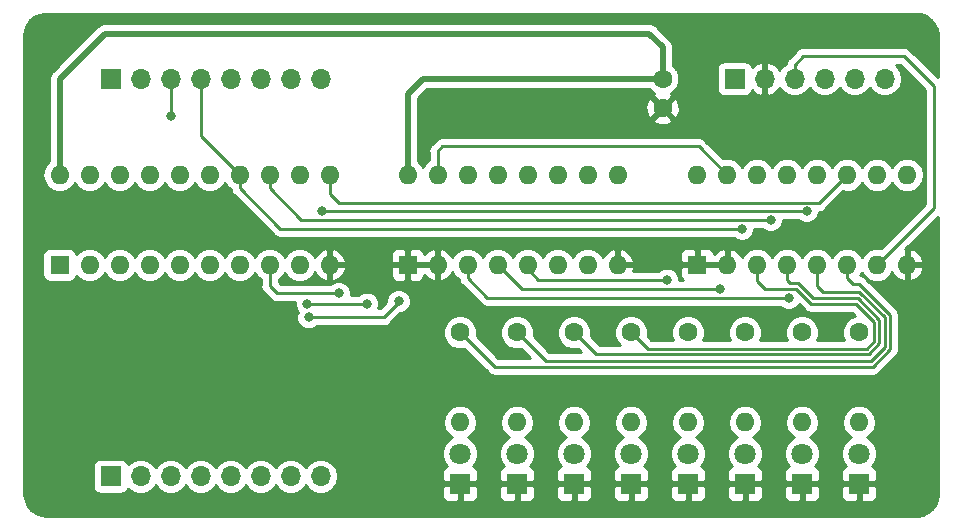
<source format=gbl>
G04 #@! TF.GenerationSoftware,KiCad,Pcbnew,5.0.2-bee76a0~70~ubuntu16.04.1*
G04 #@! TF.CreationDate,2020-01-13T19:01:32-06:00*
G04 #@! TF.ProjectId,GPRegisters,47505265-6769-4737-9465-72732e6b6963,rev?*
G04 #@! TF.SameCoordinates,Original*
G04 #@! TF.FileFunction,Copper,L2,Bot*
G04 #@! TF.FilePolarity,Positive*
%FSLAX46Y46*%
G04 Gerber Fmt 4.6, Leading zero omitted, Abs format (unit mm)*
G04 Created by KiCad (PCBNEW 5.0.2-bee76a0~70~ubuntu16.04.1) date lun 13 ene 2020 19:01:32 CST*
%MOMM*%
%LPD*%
G01*
G04 APERTURE LIST*
G04 #@! TA.AperFunction,ComponentPad*
%ADD10C,1.600000*%
G04 #@! TD*
G04 #@! TA.AperFunction,ComponentPad*
%ADD11R,1.800000X1.800000*%
G04 #@! TD*
G04 #@! TA.AperFunction,ComponentPad*
%ADD12C,1.800000*%
G04 #@! TD*
G04 #@! TA.AperFunction,ComponentPad*
%ADD13O,1.700000X1.700000*%
G04 #@! TD*
G04 #@! TA.AperFunction,ComponentPad*
%ADD14R,1.700000X1.700000*%
G04 #@! TD*
G04 #@! TA.AperFunction,ComponentPad*
%ADD15O,1.600000X1.600000*%
G04 #@! TD*
G04 #@! TA.AperFunction,ComponentPad*
%ADD16R,1.600000X1.600000*%
G04 #@! TD*
G04 #@! TA.AperFunction,ViaPad*
%ADD17C,0.800000*%
G04 #@! TD*
G04 #@! TA.AperFunction,Conductor*
%ADD18C,0.500000*%
G04 #@! TD*
G04 #@! TA.AperFunction,Conductor*
%ADD19C,0.250000*%
G04 #@! TD*
G04 #@! TA.AperFunction,Conductor*
%ADD20C,0.254000*%
G04 #@! TD*
G04 APERTURE END LIST*
D10*
G04 #@! TO.P,C1,2*
G04 #@! TO.N,GND*
X135001000Y-57745000D03*
G04 #@! TO.P,C1,1*
G04 #@! TO.N,VCC*
X135001000Y-55245000D03*
G04 #@! TD*
D11*
G04 #@! TO.P,D1,1*
G04 #@! TO.N,GND*
X117856000Y-89535000D03*
D12*
G04 #@! TO.P,D1,2*
G04 #@! TO.N,Net-(D1-Pad2)*
X117856000Y-86995000D03*
G04 #@! TD*
G04 #@! TO.P,D2,2*
G04 #@! TO.N,Net-(D2-Pad2)*
X122682000Y-86995000D03*
D11*
G04 #@! TO.P,D2,1*
G04 #@! TO.N,GND*
X122682000Y-89535000D03*
G04 #@! TD*
G04 #@! TO.P,D3,1*
G04 #@! TO.N,GND*
X127508000Y-89535000D03*
D12*
G04 #@! TO.P,D3,2*
G04 #@! TO.N,Net-(D3-Pad2)*
X127508000Y-86995000D03*
G04 #@! TD*
G04 #@! TO.P,D4,2*
G04 #@! TO.N,Net-(D4-Pad2)*
X132334000Y-86995000D03*
D11*
G04 #@! TO.P,D4,1*
G04 #@! TO.N,GND*
X132334000Y-89535000D03*
G04 #@! TD*
G04 #@! TO.P,D5,1*
G04 #@! TO.N,GND*
X137160000Y-89535000D03*
D12*
G04 #@! TO.P,D5,2*
G04 #@! TO.N,Net-(D5-Pad2)*
X137160000Y-86995000D03*
G04 #@! TD*
G04 #@! TO.P,D6,2*
G04 #@! TO.N,Net-(D6-Pad2)*
X141986000Y-86995000D03*
D11*
G04 #@! TO.P,D6,1*
G04 #@! TO.N,GND*
X141986000Y-89535000D03*
G04 #@! TD*
G04 #@! TO.P,D7,1*
G04 #@! TO.N,GND*
X146812000Y-89535000D03*
D12*
G04 #@! TO.P,D7,2*
G04 #@! TO.N,Net-(D7-Pad2)*
X146812000Y-86995000D03*
G04 #@! TD*
G04 #@! TO.P,D8,2*
G04 #@! TO.N,Net-(D8-Pad2)*
X151638000Y-86995000D03*
D11*
G04 #@! TO.P,D8,1*
G04 #@! TO.N,GND*
X151638000Y-89535000D03*
G04 #@! TD*
D13*
G04 #@! TO.P,J1,8*
G04 #@! TO.N,/D0*
X106045000Y-55245000D03*
G04 #@! TO.P,J1,7*
G04 #@! TO.N,/D1*
X103505000Y-55245000D03*
G04 #@! TO.P,J1,6*
G04 #@! TO.N,/D2*
X100965000Y-55245000D03*
G04 #@! TO.P,J1,5*
G04 #@! TO.N,/D3*
X98425000Y-55245000D03*
G04 #@! TO.P,J1,4*
G04 #@! TO.N,/D4*
X95885000Y-55245000D03*
G04 #@! TO.P,J1,3*
G04 #@! TO.N,/D5*
X93345000Y-55245000D03*
G04 #@! TO.P,J1,2*
G04 #@! TO.N,/D6*
X90805000Y-55245000D03*
D14*
G04 #@! TO.P,J1,1*
G04 #@! TO.N,/D7*
X88265000Y-55245000D03*
G04 #@! TD*
D13*
G04 #@! TO.P,J2,6*
G04 #@! TO.N,/~EN*
X153797000Y-55245000D03*
G04 #@! TO.P,J2,5*
G04 #@! TO.N,/CLR*
X151257000Y-55245000D03*
G04 #@! TO.P,J2,4*
G04 #@! TO.N,/~LOAD*
X148717000Y-55245000D03*
G04 #@! TO.P,J2,3*
G04 #@! TO.N,/CLK*
X146177000Y-55245000D03*
G04 #@! TO.P,J2,2*
G04 #@! TO.N,GND*
X143637000Y-55245000D03*
D14*
G04 #@! TO.P,J2,1*
G04 #@! TO.N,VCC*
X141097000Y-55245000D03*
G04 #@! TD*
G04 #@! TO.P,J3,1*
G04 #@! TO.N,/Q7*
X88265000Y-88900000D03*
D13*
G04 #@! TO.P,J3,2*
G04 #@! TO.N,/Q6*
X90805000Y-88900000D03*
G04 #@! TO.P,J3,3*
G04 #@! TO.N,/Q5*
X93345000Y-88900000D03*
G04 #@! TO.P,J3,4*
G04 #@! TO.N,/Q4*
X95885000Y-88900000D03*
G04 #@! TO.P,J3,5*
G04 #@! TO.N,/Q3*
X98425000Y-88900000D03*
G04 #@! TO.P,J3,6*
G04 #@! TO.N,/Q2*
X100965000Y-88900000D03*
G04 #@! TO.P,J3,7*
G04 #@! TO.N,/Q1*
X103505000Y-88900000D03*
G04 #@! TO.P,J3,8*
G04 #@! TO.N,/Q0*
X106045000Y-88900000D03*
G04 #@! TD*
D10*
G04 #@! TO.P,R1,1*
G04 #@! TO.N,/Q7*
X117856000Y-76708000D03*
D15*
G04 #@! TO.P,R1,2*
G04 #@! TO.N,Net-(D1-Pad2)*
X117856000Y-84328000D03*
G04 #@! TD*
G04 #@! TO.P,R2,2*
G04 #@! TO.N,Net-(D2-Pad2)*
X122682000Y-84328000D03*
D10*
G04 #@! TO.P,R2,1*
G04 #@! TO.N,/Q6*
X122682000Y-76708000D03*
G04 #@! TD*
G04 #@! TO.P,R3,1*
G04 #@! TO.N,/Q5*
X127508000Y-76708000D03*
D15*
G04 #@! TO.P,R3,2*
G04 #@! TO.N,Net-(D3-Pad2)*
X127508000Y-84328000D03*
G04 #@! TD*
G04 #@! TO.P,R4,2*
G04 #@! TO.N,Net-(D4-Pad2)*
X132334000Y-84328000D03*
D10*
G04 #@! TO.P,R4,1*
G04 #@! TO.N,/Q4*
X132334000Y-76708000D03*
G04 #@! TD*
D15*
G04 #@! TO.P,R5,2*
G04 #@! TO.N,Net-(D5-Pad2)*
X137160000Y-84328000D03*
D10*
G04 #@! TO.P,R5,1*
G04 #@! TO.N,/Q3*
X137160000Y-76708000D03*
G04 #@! TD*
G04 #@! TO.P,R6,1*
G04 #@! TO.N,/Q2*
X141986000Y-76708000D03*
D15*
G04 #@! TO.P,R6,2*
G04 #@! TO.N,Net-(D6-Pad2)*
X141986000Y-84328000D03*
G04 #@! TD*
G04 #@! TO.P,R7,2*
G04 #@! TO.N,Net-(D7-Pad2)*
X146812000Y-84328000D03*
D10*
G04 #@! TO.P,R7,1*
G04 #@! TO.N,/Q1*
X146812000Y-76708000D03*
G04 #@! TD*
G04 #@! TO.P,R8,1*
G04 #@! TO.N,/Q0*
X151638000Y-76708000D03*
D15*
G04 #@! TO.P,R8,2*
G04 #@! TO.N,Net-(D8-Pad2)*
X151638000Y-84328000D03*
G04 #@! TD*
G04 #@! TO.P,U1,16*
G04 #@! TO.N,VCC*
X137922000Y-63373000D03*
G04 #@! TO.P,U1,8*
G04 #@! TO.N,GND*
X155702000Y-70993000D03*
G04 #@! TO.P,U1,15*
G04 #@! TO.N,/~LOAD*
X140462000Y-63373000D03*
G04 #@! TO.P,U1,7*
G04 #@! TO.N,/CLK*
X153162000Y-70993000D03*
G04 #@! TO.P,U1,14*
G04 #@! TO.N,/D4*
X143002000Y-63373000D03*
G04 #@! TO.P,U1,6*
G04 #@! TO.N,/Q7*
X150622000Y-70993000D03*
G04 #@! TO.P,U1,13*
G04 #@! TO.N,/D5*
X145542000Y-63373000D03*
G04 #@! TO.P,U1,5*
G04 #@! TO.N,/Q6*
X148082000Y-70993000D03*
G04 #@! TO.P,U1,12*
G04 #@! TO.N,/D6*
X148082000Y-63373000D03*
G04 #@! TO.P,U1,4*
G04 #@! TO.N,/Q5*
X145542000Y-70993000D03*
G04 #@! TO.P,U1,11*
G04 #@! TO.N,/D7*
X150622000Y-63373000D03*
G04 #@! TO.P,U1,3*
G04 #@! TO.N,/Q4*
X143002000Y-70993000D03*
G04 #@! TO.P,U1,10*
G04 #@! TO.N,/CLR*
X153162000Y-63373000D03*
G04 #@! TO.P,U1,2*
G04 #@! TO.N,GND*
X140462000Y-70993000D03*
G04 #@! TO.P,U1,9*
G04 #@! TO.N,/CLR*
X155702000Y-63373000D03*
D16*
G04 #@! TO.P,U1,1*
G04 #@! TO.N,GND*
X137922000Y-70993000D03*
G04 #@! TD*
D15*
G04 #@! TO.P,U2,16*
G04 #@! TO.N,VCC*
X113411000Y-63373000D03*
G04 #@! TO.P,U2,8*
G04 #@! TO.N,GND*
X131191000Y-70993000D03*
G04 #@! TO.P,U2,15*
G04 #@! TO.N,/~LOAD*
X115951000Y-63373000D03*
G04 #@! TO.P,U2,7*
G04 #@! TO.N,/CLK*
X128651000Y-70993000D03*
G04 #@! TO.P,U2,14*
G04 #@! TO.N,/D0*
X118491000Y-63373000D03*
G04 #@! TO.P,U2,6*
G04 #@! TO.N,/Q3*
X126111000Y-70993000D03*
G04 #@! TO.P,U2,13*
G04 #@! TO.N,/D1*
X121031000Y-63373000D03*
G04 #@! TO.P,U2,5*
G04 #@! TO.N,/Q2*
X123571000Y-70993000D03*
G04 #@! TO.P,U2,12*
G04 #@! TO.N,/D2*
X123571000Y-63373000D03*
G04 #@! TO.P,U2,4*
G04 #@! TO.N,/Q1*
X121031000Y-70993000D03*
G04 #@! TO.P,U2,11*
G04 #@! TO.N,/D3*
X126111000Y-63373000D03*
G04 #@! TO.P,U2,3*
G04 #@! TO.N,/Q0*
X118491000Y-70993000D03*
G04 #@! TO.P,U2,10*
G04 #@! TO.N,/CLR*
X128651000Y-63373000D03*
G04 #@! TO.P,U2,2*
G04 #@! TO.N,GND*
X115951000Y-70993000D03*
G04 #@! TO.P,U2,9*
G04 #@! TO.N,/CLR*
X131191000Y-63373000D03*
D16*
G04 #@! TO.P,U2,1*
G04 #@! TO.N,GND*
X113411000Y-70993000D03*
G04 #@! TD*
D15*
G04 #@! TO.P,U3,20*
G04 #@! TO.N,VCC*
X83947000Y-63373000D03*
G04 #@! TO.P,U3,10*
G04 #@! TO.N,GND*
X106807000Y-70993000D03*
G04 #@! TO.P,U3,19*
G04 #@! TO.N,/~EN*
X86487000Y-63373000D03*
G04 #@! TO.P,U3,9*
G04 #@! TO.N,/Q7*
X104267000Y-70993000D03*
G04 #@! TO.P,U3,18*
G04 #@! TO.N,/D0*
X89027000Y-63373000D03*
G04 #@! TO.P,U3,8*
G04 #@! TO.N,/Q6*
X101727000Y-70993000D03*
G04 #@! TO.P,U3,17*
G04 #@! TO.N,/D1*
X91567000Y-63373000D03*
G04 #@! TO.P,U3,7*
G04 #@! TO.N,/Q5*
X99187000Y-70993000D03*
G04 #@! TO.P,U3,16*
G04 #@! TO.N,/D2*
X94107000Y-63373000D03*
G04 #@! TO.P,U3,6*
G04 #@! TO.N,/Q4*
X96647000Y-70993000D03*
G04 #@! TO.P,U3,15*
G04 #@! TO.N,/D3*
X96647000Y-63373000D03*
G04 #@! TO.P,U3,5*
G04 #@! TO.N,/Q3*
X94107000Y-70993000D03*
G04 #@! TO.P,U3,14*
G04 #@! TO.N,/D4*
X99187000Y-63373000D03*
G04 #@! TO.P,U3,4*
G04 #@! TO.N,/Q2*
X91567000Y-70993000D03*
G04 #@! TO.P,U3,13*
G04 #@! TO.N,/D5*
X101727000Y-63373000D03*
G04 #@! TO.P,U3,3*
G04 #@! TO.N,/Q1*
X89027000Y-70993000D03*
G04 #@! TO.P,U3,12*
G04 #@! TO.N,/D6*
X104267000Y-63373000D03*
G04 #@! TO.P,U3,2*
G04 #@! TO.N,/Q0*
X86487000Y-70993000D03*
G04 #@! TO.P,U3,11*
G04 #@! TO.N,/D7*
X106807000Y-63373000D03*
D16*
G04 #@! TO.P,U3,1*
G04 #@! TO.N,VCC*
X83947000Y-70993000D03*
G04 #@! TD*
D17*
G04 #@! TO.N,/D4*
X141732000Y-67945000D03*
G04 #@! TO.N,/D5*
X144145000Y-67183000D03*
X93345000Y-58420000D03*
G04 #@! TO.N,/D6*
X106183630Y-66421000D03*
X147193000Y-66421000D03*
G04 #@! TO.N,/Q6*
X107569000Y-73406000D03*
G04 #@! TO.N,/Q5*
X104902000Y-74295000D03*
X109982000Y-74295000D03*
G04 #@! TO.N,/Q4*
X105029000Y-75438000D03*
X112649000Y-74078000D03*
G04 #@! TO.N,/Q2*
X135382000Y-72263000D03*
G04 #@! TO.N,/Q1*
X139827000Y-73025000D03*
G04 #@! TO.N,/Q0*
X145669000Y-73787000D03*
G04 #@! TD*
D18*
G04 #@! TO.N,VCC*
X83947000Y-55245000D02*
X83947000Y-63373000D01*
X135001000Y-55245000D02*
X135001000Y-52578000D01*
X133858000Y-51435000D02*
X87757000Y-51435000D01*
X135001000Y-52578000D02*
X133858000Y-51435000D01*
X87757000Y-51435000D02*
X83947000Y-55245000D01*
X113411000Y-62241630D02*
X113411000Y-63373000D01*
X114681000Y-55245000D02*
X113411000Y-56515000D01*
X113411000Y-56515000D02*
X113411000Y-62241630D01*
X135001000Y-55245000D02*
X114681000Y-55245000D01*
D19*
G04 #@! TO.N,/D4*
X95885000Y-60071000D02*
X99187000Y-63373000D01*
X95885000Y-55245000D02*
X95885000Y-60071000D01*
X99187000Y-64504370D02*
X102616000Y-67933370D01*
X99187000Y-63373000D02*
X99187000Y-64504370D01*
X102616000Y-67933370D02*
X126861370Y-67933370D01*
X126861370Y-67933370D02*
X126873000Y-67945000D01*
X126873000Y-67945000D02*
X141732000Y-67945000D01*
G04 #@! TO.N,/D5*
X93345000Y-55245000D02*
X93345000Y-57023000D01*
X93345000Y-58420000D02*
X93345000Y-58420000D01*
X93345000Y-58420000D02*
X93345000Y-57023000D01*
X101727000Y-64504370D02*
X104405630Y-67183000D01*
X101727000Y-63373000D02*
X101727000Y-64504370D01*
X104405630Y-67183000D02*
X119253000Y-67183000D01*
X119253000Y-67183000D02*
X137033000Y-67183000D01*
X137033000Y-67183000D02*
X138811000Y-67183000D01*
X138811000Y-67183000D02*
X143129000Y-67183000D01*
X143129000Y-67183000D02*
X143419999Y-67183000D01*
X143419999Y-67183000D02*
X144018000Y-67183000D01*
X144018000Y-67183000D02*
X144145000Y-67183000D01*
G04 #@! TO.N,/D6*
X106183630Y-66421000D02*
X106749315Y-66421000D01*
X106749315Y-66421000D02*
X127127000Y-66421000D01*
X127127000Y-66421000D02*
X142875000Y-66421000D01*
X142875000Y-66421000D02*
X147193000Y-66421000D01*
G04 #@! TO.N,/D7*
X106807000Y-65024000D02*
X106807000Y-63373000D01*
X107569000Y-65786000D02*
X106807000Y-65024000D01*
X148209000Y-65786000D02*
X107569000Y-65786000D01*
X150622000Y-63373000D02*
X148209000Y-65786000D01*
G04 #@! TO.N,/~LOAD*
X116332000Y-60960000D02*
X138049000Y-60960000D01*
X115951000Y-61341000D02*
X116332000Y-60960000D01*
X138049000Y-60960000D02*
X140462000Y-63373000D01*
X115951000Y-63373000D02*
X115951000Y-61341000D01*
G04 #@! TO.N,/CLK*
X146177000Y-54042919D02*
X146879919Y-53340000D01*
X146177000Y-55245000D02*
X146177000Y-54042919D01*
X146879919Y-53340000D02*
X155448000Y-53340000D01*
X155448000Y-53340000D02*
X157988000Y-55880000D01*
X157988000Y-66167000D02*
X153162000Y-70993000D01*
X157988000Y-55880000D02*
X157988000Y-66167000D01*
G04 #@! TO.N,/Q7*
X150622000Y-72136000D02*
X150622000Y-70993000D01*
X151130000Y-72644000D02*
X150622000Y-72136000D01*
X117856000Y-76708000D02*
X120777000Y-79629000D01*
X151642230Y-72644000D02*
X151130000Y-72644000D01*
X152782410Y-79629000D02*
X154258028Y-78153382D01*
X154258027Y-75259797D02*
X151642230Y-72644000D01*
X120777000Y-79629000D02*
X152782410Y-79629000D01*
X154258028Y-78153382D02*
X154258027Y-75259797D01*
G04 #@! TO.N,/Q6*
X101727000Y-70993000D02*
X101727000Y-72771000D01*
X101727000Y-72771000D02*
X102362000Y-73406000D01*
X102362000Y-73406000D02*
X107569000Y-73406000D01*
X152654000Y-79121000D02*
X125095000Y-79121000D01*
X153808018Y-75446198D02*
X153808018Y-77966982D01*
X148082000Y-70993000D02*
X148082000Y-72771000D01*
X153808018Y-77966982D02*
X152654000Y-79121000D01*
X148082000Y-72771000D02*
X148590000Y-73279000D01*
X151640820Y-73279000D02*
X153808018Y-75446198D01*
X125095000Y-79121000D02*
X122682000Y-76708000D01*
X148590000Y-73279000D02*
X151640820Y-73279000D01*
G04 #@! TO.N,/Q5*
X104902000Y-74295000D02*
X109982000Y-74295000D01*
X152459401Y-78555009D02*
X129355010Y-78555010D01*
X153358010Y-77656400D02*
X152459401Y-78555009D01*
X151512410Y-73787000D02*
X153358009Y-75632599D01*
X147702410Y-73787000D02*
X151512410Y-73787000D01*
X153358009Y-75632599D02*
X153358010Y-77656400D01*
X146432410Y-72517000D02*
X147702410Y-73787000D01*
X129355010Y-78555010D02*
X127508000Y-76708000D01*
X145542000Y-72263000D02*
X145796000Y-72517000D01*
X145542000Y-70993000D02*
X145542000Y-72263000D01*
X145796000Y-72517000D02*
X146432410Y-72517000D01*
G04 #@! TO.N,/Q4*
X105029000Y-75438000D02*
X111379000Y-75438000D01*
X112649000Y-74168000D02*
X112649000Y-74078000D01*
X111379000Y-75438000D02*
X112649000Y-74168000D01*
X152908000Y-77470000D02*
X152908000Y-75819000D01*
X133731000Y-78105000D02*
X152273000Y-78105000D01*
X152273000Y-78105000D02*
X152908000Y-77470000D01*
X143673999Y-73061999D02*
X143002000Y-72390000D01*
X143002000Y-72124370D02*
X143002000Y-70993000D01*
X132334000Y-76708000D02*
X133731000Y-78105000D01*
X152908000Y-75819000D02*
X151384000Y-74295000D01*
X151384000Y-74295000D02*
X147574000Y-74295000D01*
X147574000Y-74295000D02*
X146340999Y-73061999D01*
X146340999Y-73061999D02*
X143673999Y-73061999D01*
X143002000Y-72390000D02*
X143002000Y-72124370D01*
G04 #@! TO.N,/Q2*
X123571000Y-70993000D02*
X123571000Y-71374000D01*
X123571000Y-71374000D02*
X124460000Y-72263000D01*
X124460000Y-72263000D02*
X130556000Y-72263000D01*
X130556000Y-72263000D02*
X135382000Y-72263000D01*
G04 #@! TO.N,/Q1*
X121031000Y-70993000D02*
X121830999Y-71792999D01*
X121830999Y-71792999D02*
X122936000Y-72898000D01*
X122936000Y-72898000D02*
X123063000Y-73025000D01*
X123063000Y-73025000D02*
X125984000Y-73025000D01*
X125984000Y-73025000D02*
X129921000Y-73025000D01*
X129921000Y-73025000D02*
X133731000Y-73025000D01*
X133731000Y-73025000D02*
X139192000Y-73025000D01*
X139192000Y-73025000D02*
X139827000Y-73025000D01*
G04 #@! TO.N,/Q0*
X118491000Y-72124370D02*
X118491000Y-70993000D01*
X120153630Y-73787000D02*
X118491000Y-72124370D01*
X145669000Y-73787000D02*
X120153630Y-73787000D01*
G04 #@! TD*
D20*
G04 #@! TO.N,GND*
G36*
X156917698Y-49794958D02*
X157342893Y-49963305D01*
X157712858Y-50232101D01*
X158004356Y-50584462D01*
X158199067Y-50998244D01*
X158291093Y-51480662D01*
X158294001Y-51573195D01*
X158294001Y-55111198D01*
X156038331Y-52855530D01*
X155995929Y-52792071D01*
X155744537Y-52624096D01*
X155522852Y-52580000D01*
X155522847Y-52580000D01*
X155448000Y-52565112D01*
X155373153Y-52580000D01*
X146954767Y-52580000D01*
X146879919Y-52565112D01*
X146805071Y-52580000D01*
X146805067Y-52580000D01*
X146583382Y-52624096D01*
X146331990Y-52792071D01*
X146289590Y-52855527D01*
X145692528Y-53452590D01*
X145629072Y-53494990D01*
X145586672Y-53558446D01*
X145586671Y-53558447D01*
X145461097Y-53746382D01*
X145417287Y-53966630D01*
X145106375Y-54174375D01*
X144893157Y-54493478D01*
X144832183Y-54363642D01*
X144403924Y-53973355D01*
X143993890Y-53803524D01*
X143764000Y-53924845D01*
X143764000Y-55118000D01*
X143784000Y-55118000D01*
X143784000Y-55372000D01*
X143764000Y-55372000D01*
X143764000Y-56565155D01*
X143993890Y-56686476D01*
X144403924Y-56516645D01*
X144832183Y-56126358D01*
X144893157Y-55996522D01*
X145106375Y-56315625D01*
X145597582Y-56643839D01*
X146030744Y-56730000D01*
X146323256Y-56730000D01*
X146756418Y-56643839D01*
X147247625Y-56315625D01*
X147447000Y-56017239D01*
X147646375Y-56315625D01*
X148137582Y-56643839D01*
X148570744Y-56730000D01*
X148863256Y-56730000D01*
X149296418Y-56643839D01*
X149787625Y-56315625D01*
X149987000Y-56017239D01*
X150186375Y-56315625D01*
X150677582Y-56643839D01*
X151110744Y-56730000D01*
X151403256Y-56730000D01*
X151836418Y-56643839D01*
X152327625Y-56315625D01*
X152527000Y-56017239D01*
X152726375Y-56315625D01*
X153217582Y-56643839D01*
X153650744Y-56730000D01*
X153943256Y-56730000D01*
X154376418Y-56643839D01*
X154867625Y-56315625D01*
X155195839Y-55824418D01*
X155311092Y-55245000D01*
X155195839Y-54665582D01*
X154867625Y-54174375D01*
X154756315Y-54100000D01*
X155133199Y-54100000D01*
X157228000Y-56194803D01*
X157228001Y-65852197D01*
X153485887Y-69594312D01*
X153303333Y-69558000D01*
X153020667Y-69558000D01*
X152602091Y-69641260D01*
X152127423Y-69958423D01*
X151892000Y-70310758D01*
X151656577Y-69958423D01*
X151181909Y-69641260D01*
X150763333Y-69558000D01*
X150480667Y-69558000D01*
X150062091Y-69641260D01*
X149587423Y-69958423D01*
X149352000Y-70310758D01*
X149116577Y-69958423D01*
X148641909Y-69641260D01*
X148223333Y-69558000D01*
X147940667Y-69558000D01*
X147522091Y-69641260D01*
X147047423Y-69958423D01*
X146812000Y-70310758D01*
X146576577Y-69958423D01*
X146101909Y-69641260D01*
X145683333Y-69558000D01*
X145400667Y-69558000D01*
X144982091Y-69641260D01*
X144507423Y-69958423D01*
X144272000Y-70310758D01*
X144036577Y-69958423D01*
X143561909Y-69641260D01*
X143143333Y-69558000D01*
X142860667Y-69558000D01*
X142442091Y-69641260D01*
X141967423Y-69958423D01*
X141711053Y-70342108D01*
X141614389Y-70137866D01*
X141199423Y-69761959D01*
X140811039Y-69601096D01*
X140589000Y-69723085D01*
X140589000Y-70866000D01*
X140609000Y-70866000D01*
X140609000Y-71120000D01*
X140589000Y-71120000D01*
X140589000Y-71140000D01*
X140335000Y-71140000D01*
X140335000Y-71120000D01*
X138049000Y-71120000D01*
X138049000Y-71140000D01*
X137795000Y-71140000D01*
X137795000Y-71120000D01*
X136645750Y-71120000D01*
X136487000Y-71278750D01*
X136487000Y-71919309D01*
X136583673Y-72152698D01*
X136695974Y-72265000D01*
X136417000Y-72265000D01*
X136417000Y-72057126D01*
X136259431Y-71676720D01*
X135968280Y-71385569D01*
X135587874Y-71228000D01*
X135176126Y-71228000D01*
X134795720Y-71385569D01*
X134678289Y-71503000D01*
X132506735Y-71503000D01*
X132582914Y-71342041D01*
X132461629Y-71120000D01*
X131318000Y-71120000D01*
X131318000Y-71140000D01*
X131064000Y-71140000D01*
X131064000Y-71120000D01*
X131044000Y-71120000D01*
X131044000Y-70866000D01*
X131064000Y-70866000D01*
X131064000Y-69723085D01*
X131318000Y-69723085D01*
X131318000Y-70866000D01*
X132461629Y-70866000D01*
X132582914Y-70643959D01*
X132343389Y-70137866D01*
X132264819Y-70066691D01*
X136487000Y-70066691D01*
X136487000Y-70707250D01*
X136645750Y-70866000D01*
X137795000Y-70866000D01*
X137795000Y-69716750D01*
X138049000Y-69716750D01*
X138049000Y-70866000D01*
X140335000Y-70866000D01*
X140335000Y-69723085D01*
X140112961Y-69601096D01*
X139724577Y-69761959D01*
X139357000Y-70094938D01*
X139357000Y-70066691D01*
X139260327Y-69833302D01*
X139081699Y-69654673D01*
X138848310Y-69558000D01*
X138207750Y-69558000D01*
X138049000Y-69716750D01*
X137795000Y-69716750D01*
X137636250Y-69558000D01*
X136995690Y-69558000D01*
X136762301Y-69654673D01*
X136583673Y-69833302D01*
X136487000Y-70066691D01*
X132264819Y-70066691D01*
X131928423Y-69761959D01*
X131540039Y-69601096D01*
X131318000Y-69723085D01*
X131064000Y-69723085D01*
X130841961Y-69601096D01*
X130453577Y-69761959D01*
X130038611Y-70137866D01*
X129941947Y-70342108D01*
X129685577Y-69958423D01*
X129210909Y-69641260D01*
X128792333Y-69558000D01*
X128509667Y-69558000D01*
X128091091Y-69641260D01*
X127616423Y-69958423D01*
X127381000Y-70310758D01*
X127145577Y-69958423D01*
X126670909Y-69641260D01*
X126252333Y-69558000D01*
X125969667Y-69558000D01*
X125551091Y-69641260D01*
X125076423Y-69958423D01*
X124841000Y-70310758D01*
X124605577Y-69958423D01*
X124130909Y-69641260D01*
X123712333Y-69558000D01*
X123429667Y-69558000D01*
X123011091Y-69641260D01*
X122536423Y-69958423D01*
X122301000Y-70310758D01*
X122065577Y-69958423D01*
X121590909Y-69641260D01*
X121172333Y-69558000D01*
X120889667Y-69558000D01*
X120471091Y-69641260D01*
X119996423Y-69958423D01*
X119761000Y-70310758D01*
X119525577Y-69958423D01*
X119050909Y-69641260D01*
X118632333Y-69558000D01*
X118349667Y-69558000D01*
X117931091Y-69641260D01*
X117456423Y-69958423D01*
X117200053Y-70342108D01*
X117103389Y-70137866D01*
X116688423Y-69761959D01*
X116300039Y-69601096D01*
X116078000Y-69723085D01*
X116078000Y-70866000D01*
X116098000Y-70866000D01*
X116098000Y-71120000D01*
X116078000Y-71120000D01*
X116078000Y-72262915D01*
X116300039Y-72384904D01*
X116688423Y-72224041D01*
X117103389Y-71848134D01*
X117200053Y-71643892D01*
X117456423Y-72027577D01*
X117733712Y-72212856D01*
X117775096Y-72420906D01*
X117943071Y-72672299D01*
X118006530Y-72714701D01*
X119563300Y-74271472D01*
X119605701Y-74334929D01*
X119857093Y-74502904D01*
X120078778Y-74547000D01*
X120078783Y-74547000D01*
X120153630Y-74561888D01*
X120228477Y-74547000D01*
X144965289Y-74547000D01*
X145082720Y-74664431D01*
X145463126Y-74822000D01*
X145874874Y-74822000D01*
X146255280Y-74664431D01*
X146546431Y-74373280D01*
X146555525Y-74351326D01*
X146983670Y-74779472D01*
X147026071Y-74842929D01*
X147089527Y-74885329D01*
X147277462Y-75010904D01*
X147325605Y-75020480D01*
X147499148Y-75055000D01*
X147499152Y-75055000D01*
X147574000Y-75069888D01*
X147648848Y-75055000D01*
X151069199Y-75055000D01*
X151306343Y-75292144D01*
X150825138Y-75491466D01*
X150421466Y-75895138D01*
X150203000Y-76422561D01*
X150203000Y-76993439D01*
X150348621Y-77345000D01*
X148101379Y-77345000D01*
X148247000Y-76993439D01*
X148247000Y-76422561D01*
X148028534Y-75895138D01*
X147624862Y-75491466D01*
X147097439Y-75273000D01*
X146526561Y-75273000D01*
X145999138Y-75491466D01*
X145595466Y-75895138D01*
X145377000Y-76422561D01*
X145377000Y-76993439D01*
X145522621Y-77345000D01*
X143275379Y-77345000D01*
X143421000Y-76993439D01*
X143421000Y-76422561D01*
X143202534Y-75895138D01*
X142798862Y-75491466D01*
X142271439Y-75273000D01*
X141700561Y-75273000D01*
X141173138Y-75491466D01*
X140769466Y-75895138D01*
X140551000Y-76422561D01*
X140551000Y-76993439D01*
X140696621Y-77345000D01*
X138449379Y-77345000D01*
X138595000Y-76993439D01*
X138595000Y-76422561D01*
X138376534Y-75895138D01*
X137972862Y-75491466D01*
X137445439Y-75273000D01*
X136874561Y-75273000D01*
X136347138Y-75491466D01*
X135943466Y-75895138D01*
X135725000Y-76422561D01*
X135725000Y-76993439D01*
X135870621Y-77345000D01*
X134045803Y-77345000D01*
X133747104Y-77046301D01*
X133769000Y-76993439D01*
X133769000Y-76422561D01*
X133550534Y-75895138D01*
X133146862Y-75491466D01*
X132619439Y-75273000D01*
X132048561Y-75273000D01*
X131521138Y-75491466D01*
X131117466Y-75895138D01*
X130899000Y-76422561D01*
X130899000Y-76993439D01*
X131117466Y-77520862D01*
X131391615Y-77795011D01*
X129669813Y-77795011D01*
X128921103Y-77046302D01*
X128943000Y-76993439D01*
X128943000Y-76422561D01*
X128724534Y-75895138D01*
X128320862Y-75491466D01*
X127793439Y-75273000D01*
X127222561Y-75273000D01*
X126695138Y-75491466D01*
X126291466Y-75895138D01*
X126073000Y-76422561D01*
X126073000Y-76993439D01*
X126291466Y-77520862D01*
X126695138Y-77924534D01*
X127222561Y-78143000D01*
X127793439Y-78143000D01*
X127846302Y-78121103D01*
X128086198Y-78361000D01*
X125409803Y-78361000D01*
X124095104Y-77046302D01*
X124117000Y-76993439D01*
X124117000Y-76422561D01*
X123898534Y-75895138D01*
X123494862Y-75491466D01*
X122967439Y-75273000D01*
X122396561Y-75273000D01*
X121869138Y-75491466D01*
X121465466Y-75895138D01*
X121247000Y-76422561D01*
X121247000Y-76993439D01*
X121465466Y-77520862D01*
X121869138Y-77924534D01*
X122396561Y-78143000D01*
X122967439Y-78143000D01*
X123020302Y-78121104D01*
X123768198Y-78869000D01*
X121091802Y-78869000D01*
X119269103Y-77046302D01*
X119291000Y-76993439D01*
X119291000Y-76422561D01*
X119072534Y-75895138D01*
X118668862Y-75491466D01*
X118141439Y-75273000D01*
X117570561Y-75273000D01*
X117043138Y-75491466D01*
X116639466Y-75895138D01*
X116421000Y-76422561D01*
X116421000Y-76993439D01*
X116639466Y-77520862D01*
X117043138Y-77924534D01*
X117570561Y-78143000D01*
X118141439Y-78143000D01*
X118194302Y-78121103D01*
X120186671Y-80113473D01*
X120229071Y-80176929D01*
X120292527Y-80219329D01*
X120480462Y-80344904D01*
X120528605Y-80354480D01*
X120702148Y-80389000D01*
X120702152Y-80389000D01*
X120777000Y-80403888D01*
X120851848Y-80389000D01*
X152707563Y-80389000D01*
X152782410Y-80403888D01*
X152857257Y-80389000D01*
X152857262Y-80389000D01*
X153078947Y-80344904D01*
X153330339Y-80176929D01*
X153372741Y-80113470D01*
X154742504Y-78743708D01*
X154805957Y-78701310D01*
X154848355Y-78637857D01*
X154848357Y-78637855D01*
X154973931Y-78449920D01*
X154973931Y-78449919D01*
X154973932Y-78449918D01*
X155018028Y-78228233D01*
X155018028Y-78228229D01*
X155032916Y-78153382D01*
X155018028Y-78078535D01*
X155018026Y-75334650D01*
X155032915Y-75259797D01*
X154973931Y-74963260D01*
X154848356Y-74775324D01*
X154848353Y-74775321D01*
X154805955Y-74711868D01*
X154742502Y-74669470D01*
X152232561Y-72159530D01*
X152190159Y-72096071D01*
X151938767Y-71928096D01*
X151748356Y-71890221D01*
X151892000Y-71675242D01*
X152127423Y-72027577D01*
X152602091Y-72344740D01*
X153020667Y-72428000D01*
X153303333Y-72428000D01*
X153721909Y-72344740D01*
X154196577Y-72027577D01*
X154452947Y-71643892D01*
X154549611Y-71848134D01*
X154964577Y-72224041D01*
X155352961Y-72384904D01*
X155575000Y-72262915D01*
X155575000Y-71120000D01*
X155829000Y-71120000D01*
X155829000Y-72262915D01*
X156051039Y-72384904D01*
X156439423Y-72224041D01*
X156854389Y-71848134D01*
X157093914Y-71342041D01*
X156972629Y-71120000D01*
X155829000Y-71120000D01*
X155575000Y-71120000D01*
X155555000Y-71120000D01*
X155555000Y-70866000D01*
X155575000Y-70866000D01*
X155575000Y-69723085D01*
X155829000Y-69723085D01*
X155829000Y-70866000D01*
X156972629Y-70866000D01*
X157093914Y-70643959D01*
X156854389Y-70137866D01*
X156439423Y-69761959D01*
X156051039Y-69601096D01*
X155829000Y-69723085D01*
X155575000Y-69723085D01*
X155530929Y-69698872D01*
X158294001Y-66935801D01*
X158294000Y-90379333D01*
X158231042Y-90877699D01*
X158062697Y-91302889D01*
X157793899Y-91672859D01*
X157441541Y-91964355D01*
X157027756Y-92159067D01*
X156545339Y-92251093D01*
X156452836Y-92254000D01*
X82848667Y-92254000D01*
X82350301Y-92191042D01*
X81925111Y-92022697D01*
X81555141Y-91753899D01*
X81263645Y-91401541D01*
X81068933Y-90987756D01*
X80976907Y-90505339D01*
X80974000Y-90412836D01*
X80974000Y-88050000D01*
X86767560Y-88050000D01*
X86767560Y-89750000D01*
X86816843Y-89997765D01*
X86957191Y-90207809D01*
X87167235Y-90348157D01*
X87415000Y-90397440D01*
X89115000Y-90397440D01*
X89362765Y-90348157D01*
X89572809Y-90207809D01*
X89713157Y-89997765D01*
X89722184Y-89952381D01*
X89734375Y-89970625D01*
X90225582Y-90298839D01*
X90658744Y-90385000D01*
X90951256Y-90385000D01*
X91384418Y-90298839D01*
X91875625Y-89970625D01*
X92075000Y-89672239D01*
X92274375Y-89970625D01*
X92765582Y-90298839D01*
X93198744Y-90385000D01*
X93491256Y-90385000D01*
X93924418Y-90298839D01*
X94415625Y-89970625D01*
X94615000Y-89672239D01*
X94814375Y-89970625D01*
X95305582Y-90298839D01*
X95738744Y-90385000D01*
X96031256Y-90385000D01*
X96464418Y-90298839D01*
X96955625Y-89970625D01*
X97155000Y-89672239D01*
X97354375Y-89970625D01*
X97845582Y-90298839D01*
X98278744Y-90385000D01*
X98571256Y-90385000D01*
X99004418Y-90298839D01*
X99495625Y-89970625D01*
X99695000Y-89672239D01*
X99894375Y-89970625D01*
X100385582Y-90298839D01*
X100818744Y-90385000D01*
X101111256Y-90385000D01*
X101544418Y-90298839D01*
X102035625Y-89970625D01*
X102235000Y-89672239D01*
X102434375Y-89970625D01*
X102925582Y-90298839D01*
X103358744Y-90385000D01*
X103651256Y-90385000D01*
X104084418Y-90298839D01*
X104575625Y-89970625D01*
X104775000Y-89672239D01*
X104974375Y-89970625D01*
X105465582Y-90298839D01*
X105898744Y-90385000D01*
X106191256Y-90385000D01*
X106624418Y-90298839D01*
X107115625Y-89970625D01*
X107215768Y-89820750D01*
X116321000Y-89820750D01*
X116321000Y-90561309D01*
X116417673Y-90794698D01*
X116596301Y-90973327D01*
X116829690Y-91070000D01*
X117570250Y-91070000D01*
X117729000Y-90911250D01*
X117729000Y-89662000D01*
X117983000Y-89662000D01*
X117983000Y-90911250D01*
X118141750Y-91070000D01*
X118882310Y-91070000D01*
X119115699Y-90973327D01*
X119294327Y-90794698D01*
X119391000Y-90561309D01*
X119391000Y-89820750D01*
X121147000Y-89820750D01*
X121147000Y-90561309D01*
X121243673Y-90794698D01*
X121422301Y-90973327D01*
X121655690Y-91070000D01*
X122396250Y-91070000D01*
X122555000Y-90911250D01*
X122555000Y-89662000D01*
X122809000Y-89662000D01*
X122809000Y-90911250D01*
X122967750Y-91070000D01*
X123708310Y-91070000D01*
X123941699Y-90973327D01*
X124120327Y-90794698D01*
X124217000Y-90561309D01*
X124217000Y-89820750D01*
X125973000Y-89820750D01*
X125973000Y-90561309D01*
X126069673Y-90794698D01*
X126248301Y-90973327D01*
X126481690Y-91070000D01*
X127222250Y-91070000D01*
X127381000Y-90911250D01*
X127381000Y-89662000D01*
X127635000Y-89662000D01*
X127635000Y-90911250D01*
X127793750Y-91070000D01*
X128534310Y-91070000D01*
X128767699Y-90973327D01*
X128946327Y-90794698D01*
X129043000Y-90561309D01*
X129043000Y-89820750D01*
X130799000Y-89820750D01*
X130799000Y-90561309D01*
X130895673Y-90794698D01*
X131074301Y-90973327D01*
X131307690Y-91070000D01*
X132048250Y-91070000D01*
X132207000Y-90911250D01*
X132207000Y-89662000D01*
X132461000Y-89662000D01*
X132461000Y-90911250D01*
X132619750Y-91070000D01*
X133360310Y-91070000D01*
X133593699Y-90973327D01*
X133772327Y-90794698D01*
X133869000Y-90561309D01*
X133869000Y-89820750D01*
X135625000Y-89820750D01*
X135625000Y-90561309D01*
X135721673Y-90794698D01*
X135900301Y-90973327D01*
X136133690Y-91070000D01*
X136874250Y-91070000D01*
X137033000Y-90911250D01*
X137033000Y-89662000D01*
X137287000Y-89662000D01*
X137287000Y-90911250D01*
X137445750Y-91070000D01*
X138186310Y-91070000D01*
X138419699Y-90973327D01*
X138598327Y-90794698D01*
X138695000Y-90561309D01*
X138695000Y-89820750D01*
X140451000Y-89820750D01*
X140451000Y-90561309D01*
X140547673Y-90794698D01*
X140726301Y-90973327D01*
X140959690Y-91070000D01*
X141700250Y-91070000D01*
X141859000Y-90911250D01*
X141859000Y-89662000D01*
X142113000Y-89662000D01*
X142113000Y-90911250D01*
X142271750Y-91070000D01*
X143012310Y-91070000D01*
X143245699Y-90973327D01*
X143424327Y-90794698D01*
X143521000Y-90561309D01*
X143521000Y-89820750D01*
X145277000Y-89820750D01*
X145277000Y-90561309D01*
X145373673Y-90794698D01*
X145552301Y-90973327D01*
X145785690Y-91070000D01*
X146526250Y-91070000D01*
X146685000Y-90911250D01*
X146685000Y-89662000D01*
X146939000Y-89662000D01*
X146939000Y-90911250D01*
X147097750Y-91070000D01*
X147838310Y-91070000D01*
X148071699Y-90973327D01*
X148250327Y-90794698D01*
X148347000Y-90561309D01*
X148347000Y-89820750D01*
X150103000Y-89820750D01*
X150103000Y-90561309D01*
X150199673Y-90794698D01*
X150378301Y-90973327D01*
X150611690Y-91070000D01*
X151352250Y-91070000D01*
X151511000Y-90911250D01*
X151511000Y-89662000D01*
X151765000Y-89662000D01*
X151765000Y-90911250D01*
X151923750Y-91070000D01*
X152664310Y-91070000D01*
X152897699Y-90973327D01*
X153076327Y-90794698D01*
X153173000Y-90561309D01*
X153173000Y-89820750D01*
X153014250Y-89662000D01*
X151765000Y-89662000D01*
X151511000Y-89662000D01*
X150261750Y-89662000D01*
X150103000Y-89820750D01*
X148347000Y-89820750D01*
X148188250Y-89662000D01*
X146939000Y-89662000D01*
X146685000Y-89662000D01*
X145435750Y-89662000D01*
X145277000Y-89820750D01*
X143521000Y-89820750D01*
X143362250Y-89662000D01*
X142113000Y-89662000D01*
X141859000Y-89662000D01*
X140609750Y-89662000D01*
X140451000Y-89820750D01*
X138695000Y-89820750D01*
X138536250Y-89662000D01*
X137287000Y-89662000D01*
X137033000Y-89662000D01*
X135783750Y-89662000D01*
X135625000Y-89820750D01*
X133869000Y-89820750D01*
X133710250Y-89662000D01*
X132461000Y-89662000D01*
X132207000Y-89662000D01*
X130957750Y-89662000D01*
X130799000Y-89820750D01*
X129043000Y-89820750D01*
X128884250Y-89662000D01*
X127635000Y-89662000D01*
X127381000Y-89662000D01*
X126131750Y-89662000D01*
X125973000Y-89820750D01*
X124217000Y-89820750D01*
X124058250Y-89662000D01*
X122809000Y-89662000D01*
X122555000Y-89662000D01*
X121305750Y-89662000D01*
X121147000Y-89820750D01*
X119391000Y-89820750D01*
X119232250Y-89662000D01*
X117983000Y-89662000D01*
X117729000Y-89662000D01*
X116479750Y-89662000D01*
X116321000Y-89820750D01*
X107215768Y-89820750D01*
X107443839Y-89479418D01*
X107559092Y-88900000D01*
X107443839Y-88320582D01*
X107115625Y-87829375D01*
X106624418Y-87501161D01*
X106191256Y-87415000D01*
X105898744Y-87415000D01*
X105465582Y-87501161D01*
X104974375Y-87829375D01*
X104775000Y-88127761D01*
X104575625Y-87829375D01*
X104084418Y-87501161D01*
X103651256Y-87415000D01*
X103358744Y-87415000D01*
X102925582Y-87501161D01*
X102434375Y-87829375D01*
X102235000Y-88127761D01*
X102035625Y-87829375D01*
X101544418Y-87501161D01*
X101111256Y-87415000D01*
X100818744Y-87415000D01*
X100385582Y-87501161D01*
X99894375Y-87829375D01*
X99695000Y-88127761D01*
X99495625Y-87829375D01*
X99004418Y-87501161D01*
X98571256Y-87415000D01*
X98278744Y-87415000D01*
X97845582Y-87501161D01*
X97354375Y-87829375D01*
X97155000Y-88127761D01*
X96955625Y-87829375D01*
X96464418Y-87501161D01*
X96031256Y-87415000D01*
X95738744Y-87415000D01*
X95305582Y-87501161D01*
X94814375Y-87829375D01*
X94615000Y-88127761D01*
X94415625Y-87829375D01*
X93924418Y-87501161D01*
X93491256Y-87415000D01*
X93198744Y-87415000D01*
X92765582Y-87501161D01*
X92274375Y-87829375D01*
X92075000Y-88127761D01*
X91875625Y-87829375D01*
X91384418Y-87501161D01*
X90951256Y-87415000D01*
X90658744Y-87415000D01*
X90225582Y-87501161D01*
X89734375Y-87829375D01*
X89722184Y-87847619D01*
X89713157Y-87802235D01*
X89572809Y-87592191D01*
X89362765Y-87451843D01*
X89115000Y-87402560D01*
X87415000Y-87402560D01*
X87167235Y-87451843D01*
X86957191Y-87592191D01*
X86816843Y-87802235D01*
X86767560Y-88050000D01*
X80974000Y-88050000D01*
X80974000Y-86689670D01*
X116321000Y-86689670D01*
X116321000Y-87300330D01*
X116554690Y-87864507D01*
X116731044Y-88040861D01*
X116596301Y-88096673D01*
X116417673Y-88275302D01*
X116321000Y-88508691D01*
X116321000Y-89249250D01*
X116479750Y-89408000D01*
X117729000Y-89408000D01*
X117729000Y-89388000D01*
X117983000Y-89388000D01*
X117983000Y-89408000D01*
X119232250Y-89408000D01*
X119391000Y-89249250D01*
X119391000Y-88508691D01*
X119294327Y-88275302D01*
X119115699Y-88096673D01*
X118980956Y-88040861D01*
X119157310Y-87864507D01*
X119391000Y-87300330D01*
X119391000Y-86689670D01*
X121147000Y-86689670D01*
X121147000Y-87300330D01*
X121380690Y-87864507D01*
X121557044Y-88040861D01*
X121422301Y-88096673D01*
X121243673Y-88275302D01*
X121147000Y-88508691D01*
X121147000Y-89249250D01*
X121305750Y-89408000D01*
X122555000Y-89408000D01*
X122555000Y-89388000D01*
X122809000Y-89388000D01*
X122809000Y-89408000D01*
X124058250Y-89408000D01*
X124217000Y-89249250D01*
X124217000Y-88508691D01*
X124120327Y-88275302D01*
X123941699Y-88096673D01*
X123806956Y-88040861D01*
X123983310Y-87864507D01*
X124217000Y-87300330D01*
X124217000Y-86689670D01*
X125973000Y-86689670D01*
X125973000Y-87300330D01*
X126206690Y-87864507D01*
X126383044Y-88040861D01*
X126248301Y-88096673D01*
X126069673Y-88275302D01*
X125973000Y-88508691D01*
X125973000Y-89249250D01*
X126131750Y-89408000D01*
X127381000Y-89408000D01*
X127381000Y-89388000D01*
X127635000Y-89388000D01*
X127635000Y-89408000D01*
X128884250Y-89408000D01*
X129043000Y-89249250D01*
X129043000Y-88508691D01*
X128946327Y-88275302D01*
X128767699Y-88096673D01*
X128632956Y-88040861D01*
X128809310Y-87864507D01*
X129043000Y-87300330D01*
X129043000Y-86689670D01*
X130799000Y-86689670D01*
X130799000Y-87300330D01*
X131032690Y-87864507D01*
X131209044Y-88040861D01*
X131074301Y-88096673D01*
X130895673Y-88275302D01*
X130799000Y-88508691D01*
X130799000Y-89249250D01*
X130957750Y-89408000D01*
X132207000Y-89408000D01*
X132207000Y-89388000D01*
X132461000Y-89388000D01*
X132461000Y-89408000D01*
X133710250Y-89408000D01*
X133869000Y-89249250D01*
X133869000Y-88508691D01*
X133772327Y-88275302D01*
X133593699Y-88096673D01*
X133458956Y-88040861D01*
X133635310Y-87864507D01*
X133869000Y-87300330D01*
X133869000Y-86689670D01*
X135625000Y-86689670D01*
X135625000Y-87300330D01*
X135858690Y-87864507D01*
X136035044Y-88040861D01*
X135900301Y-88096673D01*
X135721673Y-88275302D01*
X135625000Y-88508691D01*
X135625000Y-89249250D01*
X135783750Y-89408000D01*
X137033000Y-89408000D01*
X137033000Y-89388000D01*
X137287000Y-89388000D01*
X137287000Y-89408000D01*
X138536250Y-89408000D01*
X138695000Y-89249250D01*
X138695000Y-88508691D01*
X138598327Y-88275302D01*
X138419699Y-88096673D01*
X138284956Y-88040861D01*
X138461310Y-87864507D01*
X138695000Y-87300330D01*
X138695000Y-86689670D01*
X140451000Y-86689670D01*
X140451000Y-87300330D01*
X140684690Y-87864507D01*
X140861044Y-88040861D01*
X140726301Y-88096673D01*
X140547673Y-88275302D01*
X140451000Y-88508691D01*
X140451000Y-89249250D01*
X140609750Y-89408000D01*
X141859000Y-89408000D01*
X141859000Y-89388000D01*
X142113000Y-89388000D01*
X142113000Y-89408000D01*
X143362250Y-89408000D01*
X143521000Y-89249250D01*
X143521000Y-88508691D01*
X143424327Y-88275302D01*
X143245699Y-88096673D01*
X143110956Y-88040861D01*
X143287310Y-87864507D01*
X143521000Y-87300330D01*
X143521000Y-86689670D01*
X145277000Y-86689670D01*
X145277000Y-87300330D01*
X145510690Y-87864507D01*
X145687044Y-88040861D01*
X145552301Y-88096673D01*
X145373673Y-88275302D01*
X145277000Y-88508691D01*
X145277000Y-89249250D01*
X145435750Y-89408000D01*
X146685000Y-89408000D01*
X146685000Y-89388000D01*
X146939000Y-89388000D01*
X146939000Y-89408000D01*
X148188250Y-89408000D01*
X148347000Y-89249250D01*
X148347000Y-88508691D01*
X148250327Y-88275302D01*
X148071699Y-88096673D01*
X147936956Y-88040861D01*
X148113310Y-87864507D01*
X148347000Y-87300330D01*
X148347000Y-86689670D01*
X150103000Y-86689670D01*
X150103000Y-87300330D01*
X150336690Y-87864507D01*
X150513044Y-88040861D01*
X150378301Y-88096673D01*
X150199673Y-88275302D01*
X150103000Y-88508691D01*
X150103000Y-89249250D01*
X150261750Y-89408000D01*
X151511000Y-89408000D01*
X151511000Y-89388000D01*
X151765000Y-89388000D01*
X151765000Y-89408000D01*
X153014250Y-89408000D01*
X153173000Y-89249250D01*
X153173000Y-88508691D01*
X153076327Y-88275302D01*
X152897699Y-88096673D01*
X152762956Y-88040861D01*
X152939310Y-87864507D01*
X153173000Y-87300330D01*
X153173000Y-86689670D01*
X152939310Y-86125493D01*
X152507507Y-85693690D01*
X152303499Y-85609187D01*
X152672577Y-85362577D01*
X152989740Y-84887909D01*
X153101113Y-84328000D01*
X152989740Y-83768091D01*
X152672577Y-83293423D01*
X152197909Y-82976260D01*
X151779333Y-82893000D01*
X151496667Y-82893000D01*
X151078091Y-82976260D01*
X150603423Y-83293423D01*
X150286260Y-83768091D01*
X150174887Y-84328000D01*
X150286260Y-84887909D01*
X150603423Y-85362577D01*
X150972501Y-85609187D01*
X150768493Y-85693690D01*
X150336690Y-86125493D01*
X150103000Y-86689670D01*
X148347000Y-86689670D01*
X148113310Y-86125493D01*
X147681507Y-85693690D01*
X147477499Y-85609187D01*
X147846577Y-85362577D01*
X148163740Y-84887909D01*
X148275113Y-84328000D01*
X148163740Y-83768091D01*
X147846577Y-83293423D01*
X147371909Y-82976260D01*
X146953333Y-82893000D01*
X146670667Y-82893000D01*
X146252091Y-82976260D01*
X145777423Y-83293423D01*
X145460260Y-83768091D01*
X145348887Y-84328000D01*
X145460260Y-84887909D01*
X145777423Y-85362577D01*
X146146501Y-85609187D01*
X145942493Y-85693690D01*
X145510690Y-86125493D01*
X145277000Y-86689670D01*
X143521000Y-86689670D01*
X143287310Y-86125493D01*
X142855507Y-85693690D01*
X142651499Y-85609187D01*
X143020577Y-85362577D01*
X143337740Y-84887909D01*
X143449113Y-84328000D01*
X143337740Y-83768091D01*
X143020577Y-83293423D01*
X142545909Y-82976260D01*
X142127333Y-82893000D01*
X141844667Y-82893000D01*
X141426091Y-82976260D01*
X140951423Y-83293423D01*
X140634260Y-83768091D01*
X140522887Y-84328000D01*
X140634260Y-84887909D01*
X140951423Y-85362577D01*
X141320501Y-85609187D01*
X141116493Y-85693690D01*
X140684690Y-86125493D01*
X140451000Y-86689670D01*
X138695000Y-86689670D01*
X138461310Y-86125493D01*
X138029507Y-85693690D01*
X137825499Y-85609187D01*
X138194577Y-85362577D01*
X138511740Y-84887909D01*
X138623113Y-84328000D01*
X138511740Y-83768091D01*
X138194577Y-83293423D01*
X137719909Y-82976260D01*
X137301333Y-82893000D01*
X137018667Y-82893000D01*
X136600091Y-82976260D01*
X136125423Y-83293423D01*
X135808260Y-83768091D01*
X135696887Y-84328000D01*
X135808260Y-84887909D01*
X136125423Y-85362577D01*
X136494501Y-85609187D01*
X136290493Y-85693690D01*
X135858690Y-86125493D01*
X135625000Y-86689670D01*
X133869000Y-86689670D01*
X133635310Y-86125493D01*
X133203507Y-85693690D01*
X132999499Y-85609187D01*
X133368577Y-85362577D01*
X133685740Y-84887909D01*
X133797113Y-84328000D01*
X133685740Y-83768091D01*
X133368577Y-83293423D01*
X132893909Y-82976260D01*
X132475333Y-82893000D01*
X132192667Y-82893000D01*
X131774091Y-82976260D01*
X131299423Y-83293423D01*
X130982260Y-83768091D01*
X130870887Y-84328000D01*
X130982260Y-84887909D01*
X131299423Y-85362577D01*
X131668501Y-85609187D01*
X131464493Y-85693690D01*
X131032690Y-86125493D01*
X130799000Y-86689670D01*
X129043000Y-86689670D01*
X128809310Y-86125493D01*
X128377507Y-85693690D01*
X128173499Y-85609187D01*
X128542577Y-85362577D01*
X128859740Y-84887909D01*
X128971113Y-84328000D01*
X128859740Y-83768091D01*
X128542577Y-83293423D01*
X128067909Y-82976260D01*
X127649333Y-82893000D01*
X127366667Y-82893000D01*
X126948091Y-82976260D01*
X126473423Y-83293423D01*
X126156260Y-83768091D01*
X126044887Y-84328000D01*
X126156260Y-84887909D01*
X126473423Y-85362577D01*
X126842501Y-85609187D01*
X126638493Y-85693690D01*
X126206690Y-86125493D01*
X125973000Y-86689670D01*
X124217000Y-86689670D01*
X123983310Y-86125493D01*
X123551507Y-85693690D01*
X123347499Y-85609187D01*
X123716577Y-85362577D01*
X124033740Y-84887909D01*
X124145113Y-84328000D01*
X124033740Y-83768091D01*
X123716577Y-83293423D01*
X123241909Y-82976260D01*
X122823333Y-82893000D01*
X122540667Y-82893000D01*
X122122091Y-82976260D01*
X121647423Y-83293423D01*
X121330260Y-83768091D01*
X121218887Y-84328000D01*
X121330260Y-84887909D01*
X121647423Y-85362577D01*
X122016501Y-85609187D01*
X121812493Y-85693690D01*
X121380690Y-86125493D01*
X121147000Y-86689670D01*
X119391000Y-86689670D01*
X119157310Y-86125493D01*
X118725507Y-85693690D01*
X118521499Y-85609187D01*
X118890577Y-85362577D01*
X119207740Y-84887909D01*
X119319113Y-84328000D01*
X119207740Y-83768091D01*
X118890577Y-83293423D01*
X118415909Y-82976260D01*
X117997333Y-82893000D01*
X117714667Y-82893000D01*
X117296091Y-82976260D01*
X116821423Y-83293423D01*
X116504260Y-83768091D01*
X116392887Y-84328000D01*
X116504260Y-84887909D01*
X116821423Y-85362577D01*
X117190501Y-85609187D01*
X116986493Y-85693690D01*
X116554690Y-86125493D01*
X116321000Y-86689670D01*
X80974000Y-86689670D01*
X80974000Y-70193000D01*
X82499560Y-70193000D01*
X82499560Y-71793000D01*
X82548843Y-72040765D01*
X82689191Y-72250809D01*
X82899235Y-72391157D01*
X83147000Y-72440440D01*
X84747000Y-72440440D01*
X84994765Y-72391157D01*
X85204809Y-72250809D01*
X85345157Y-72040765D01*
X85371785Y-71906894D01*
X85452423Y-72027577D01*
X85927091Y-72344740D01*
X86345667Y-72428000D01*
X86628333Y-72428000D01*
X87046909Y-72344740D01*
X87521577Y-72027577D01*
X87757000Y-71675242D01*
X87992423Y-72027577D01*
X88467091Y-72344740D01*
X88885667Y-72428000D01*
X89168333Y-72428000D01*
X89586909Y-72344740D01*
X90061577Y-72027577D01*
X90297000Y-71675242D01*
X90532423Y-72027577D01*
X91007091Y-72344740D01*
X91425667Y-72428000D01*
X91708333Y-72428000D01*
X92126909Y-72344740D01*
X92601577Y-72027577D01*
X92837000Y-71675242D01*
X93072423Y-72027577D01*
X93547091Y-72344740D01*
X93965667Y-72428000D01*
X94248333Y-72428000D01*
X94666909Y-72344740D01*
X95141577Y-72027577D01*
X95377000Y-71675242D01*
X95612423Y-72027577D01*
X96087091Y-72344740D01*
X96505667Y-72428000D01*
X96788333Y-72428000D01*
X97206909Y-72344740D01*
X97681577Y-72027577D01*
X97917000Y-71675242D01*
X98152423Y-72027577D01*
X98627091Y-72344740D01*
X99045667Y-72428000D01*
X99328333Y-72428000D01*
X99746909Y-72344740D01*
X100221577Y-72027577D01*
X100457000Y-71675242D01*
X100692423Y-72027577D01*
X100967001Y-72211044D01*
X100967001Y-72696148D01*
X100952112Y-72771000D01*
X101011097Y-73067537D01*
X101125713Y-73239071D01*
X101179072Y-73318929D01*
X101242528Y-73361329D01*
X101771671Y-73890473D01*
X101814071Y-73953929D01*
X102065463Y-74121904D01*
X102287148Y-74166000D01*
X102287152Y-74166000D01*
X102362000Y-74180888D01*
X102436848Y-74166000D01*
X103867000Y-74166000D01*
X103867000Y-74500874D01*
X104024569Y-74881280D01*
X104105714Y-74962425D01*
X103994000Y-75232126D01*
X103994000Y-75643874D01*
X104151569Y-76024280D01*
X104442720Y-76315431D01*
X104823126Y-76473000D01*
X105234874Y-76473000D01*
X105615280Y-76315431D01*
X105732711Y-76198000D01*
X111304153Y-76198000D01*
X111379000Y-76212888D01*
X111453847Y-76198000D01*
X111453852Y-76198000D01*
X111675537Y-76153904D01*
X111926929Y-75985929D01*
X111969331Y-75922470D01*
X112778802Y-75113000D01*
X112854874Y-75113000D01*
X113235280Y-74955431D01*
X113526431Y-74664280D01*
X113684000Y-74283874D01*
X113684000Y-73872126D01*
X113526431Y-73491720D01*
X113235280Y-73200569D01*
X112854874Y-73043000D01*
X112443126Y-73043000D01*
X112062720Y-73200569D01*
X111771569Y-73491720D01*
X111614000Y-73872126D01*
X111614000Y-74128198D01*
X111064199Y-74678000D01*
X110943632Y-74678000D01*
X111017000Y-74500874D01*
X111017000Y-74089126D01*
X110859431Y-73708720D01*
X110568280Y-73417569D01*
X110187874Y-73260000D01*
X109776126Y-73260000D01*
X109395720Y-73417569D01*
X109278289Y-73535000D01*
X108604000Y-73535000D01*
X108604000Y-73200126D01*
X108446431Y-72819720D01*
X108155280Y-72528569D01*
X107774874Y-72371000D01*
X107363126Y-72371000D01*
X106982720Y-72528569D01*
X106865289Y-72646000D01*
X102676802Y-72646000D01*
X102487000Y-72456199D01*
X102487000Y-72211043D01*
X102761577Y-72027577D01*
X102997000Y-71675242D01*
X103232423Y-72027577D01*
X103707091Y-72344740D01*
X104125667Y-72428000D01*
X104408333Y-72428000D01*
X104826909Y-72344740D01*
X105301577Y-72027577D01*
X105557947Y-71643892D01*
X105654611Y-71848134D01*
X106069577Y-72224041D01*
X106457961Y-72384904D01*
X106680000Y-72262915D01*
X106680000Y-71120000D01*
X106934000Y-71120000D01*
X106934000Y-72262915D01*
X107156039Y-72384904D01*
X107544423Y-72224041D01*
X107959389Y-71848134D01*
X108198914Y-71342041D01*
X108164343Y-71278750D01*
X111976000Y-71278750D01*
X111976000Y-71919309D01*
X112072673Y-72152698D01*
X112251301Y-72331327D01*
X112484690Y-72428000D01*
X113125250Y-72428000D01*
X113284000Y-72269250D01*
X113284000Y-71120000D01*
X113538000Y-71120000D01*
X113538000Y-72269250D01*
X113696750Y-72428000D01*
X114337310Y-72428000D01*
X114570699Y-72331327D01*
X114749327Y-72152698D01*
X114846000Y-71919309D01*
X114846000Y-71891062D01*
X115213577Y-72224041D01*
X115601961Y-72384904D01*
X115824000Y-72262915D01*
X115824000Y-71120000D01*
X113538000Y-71120000D01*
X113284000Y-71120000D01*
X112134750Y-71120000D01*
X111976000Y-71278750D01*
X108164343Y-71278750D01*
X108077629Y-71120000D01*
X106934000Y-71120000D01*
X106680000Y-71120000D01*
X106660000Y-71120000D01*
X106660000Y-70866000D01*
X106680000Y-70866000D01*
X106680000Y-69723085D01*
X106934000Y-69723085D01*
X106934000Y-70866000D01*
X108077629Y-70866000D01*
X108198914Y-70643959D01*
X107959389Y-70137866D01*
X107880819Y-70066691D01*
X111976000Y-70066691D01*
X111976000Y-70707250D01*
X112134750Y-70866000D01*
X113284000Y-70866000D01*
X113284000Y-69716750D01*
X113538000Y-69716750D01*
X113538000Y-70866000D01*
X115824000Y-70866000D01*
X115824000Y-69723085D01*
X115601961Y-69601096D01*
X115213577Y-69761959D01*
X114846000Y-70094938D01*
X114846000Y-70066691D01*
X114749327Y-69833302D01*
X114570699Y-69654673D01*
X114337310Y-69558000D01*
X113696750Y-69558000D01*
X113538000Y-69716750D01*
X113284000Y-69716750D01*
X113125250Y-69558000D01*
X112484690Y-69558000D01*
X112251301Y-69654673D01*
X112072673Y-69833302D01*
X111976000Y-70066691D01*
X107880819Y-70066691D01*
X107544423Y-69761959D01*
X107156039Y-69601096D01*
X106934000Y-69723085D01*
X106680000Y-69723085D01*
X106457961Y-69601096D01*
X106069577Y-69761959D01*
X105654611Y-70137866D01*
X105557947Y-70342108D01*
X105301577Y-69958423D01*
X104826909Y-69641260D01*
X104408333Y-69558000D01*
X104125667Y-69558000D01*
X103707091Y-69641260D01*
X103232423Y-69958423D01*
X102997000Y-70310758D01*
X102761577Y-69958423D01*
X102286909Y-69641260D01*
X101868333Y-69558000D01*
X101585667Y-69558000D01*
X101167091Y-69641260D01*
X100692423Y-69958423D01*
X100457000Y-70310758D01*
X100221577Y-69958423D01*
X99746909Y-69641260D01*
X99328333Y-69558000D01*
X99045667Y-69558000D01*
X98627091Y-69641260D01*
X98152423Y-69958423D01*
X97917000Y-70310758D01*
X97681577Y-69958423D01*
X97206909Y-69641260D01*
X96788333Y-69558000D01*
X96505667Y-69558000D01*
X96087091Y-69641260D01*
X95612423Y-69958423D01*
X95377000Y-70310758D01*
X95141577Y-69958423D01*
X94666909Y-69641260D01*
X94248333Y-69558000D01*
X93965667Y-69558000D01*
X93547091Y-69641260D01*
X93072423Y-69958423D01*
X92837000Y-70310758D01*
X92601577Y-69958423D01*
X92126909Y-69641260D01*
X91708333Y-69558000D01*
X91425667Y-69558000D01*
X91007091Y-69641260D01*
X90532423Y-69958423D01*
X90297000Y-70310758D01*
X90061577Y-69958423D01*
X89586909Y-69641260D01*
X89168333Y-69558000D01*
X88885667Y-69558000D01*
X88467091Y-69641260D01*
X87992423Y-69958423D01*
X87757000Y-70310758D01*
X87521577Y-69958423D01*
X87046909Y-69641260D01*
X86628333Y-69558000D01*
X86345667Y-69558000D01*
X85927091Y-69641260D01*
X85452423Y-69958423D01*
X85371785Y-70079106D01*
X85345157Y-69945235D01*
X85204809Y-69735191D01*
X84994765Y-69594843D01*
X84747000Y-69545560D01*
X83147000Y-69545560D01*
X82899235Y-69594843D01*
X82689191Y-69735191D01*
X82548843Y-69945235D01*
X82499560Y-70193000D01*
X80974000Y-70193000D01*
X80974000Y-63373000D01*
X82483887Y-63373000D01*
X82595260Y-63932909D01*
X82912423Y-64407577D01*
X83387091Y-64724740D01*
X83805667Y-64808000D01*
X84088333Y-64808000D01*
X84506909Y-64724740D01*
X84981577Y-64407577D01*
X85217000Y-64055242D01*
X85452423Y-64407577D01*
X85927091Y-64724740D01*
X86345667Y-64808000D01*
X86628333Y-64808000D01*
X87046909Y-64724740D01*
X87521577Y-64407577D01*
X87757000Y-64055242D01*
X87992423Y-64407577D01*
X88467091Y-64724740D01*
X88885667Y-64808000D01*
X89168333Y-64808000D01*
X89586909Y-64724740D01*
X90061577Y-64407577D01*
X90297000Y-64055242D01*
X90532423Y-64407577D01*
X91007091Y-64724740D01*
X91425667Y-64808000D01*
X91708333Y-64808000D01*
X92126909Y-64724740D01*
X92601577Y-64407577D01*
X92837000Y-64055242D01*
X93072423Y-64407577D01*
X93547091Y-64724740D01*
X93965667Y-64808000D01*
X94248333Y-64808000D01*
X94666909Y-64724740D01*
X95141577Y-64407577D01*
X95377000Y-64055242D01*
X95612423Y-64407577D01*
X96087091Y-64724740D01*
X96505667Y-64808000D01*
X96788333Y-64808000D01*
X97206909Y-64724740D01*
X97681577Y-64407577D01*
X97917000Y-64055242D01*
X98152423Y-64407577D01*
X98429713Y-64592856D01*
X98471097Y-64800907D01*
X98639072Y-65052299D01*
X98702528Y-65094699D01*
X102025673Y-68417846D01*
X102068071Y-68481299D01*
X102131524Y-68523697D01*
X102131526Y-68523699D01*
X102148932Y-68535329D01*
X102319463Y-68649274D01*
X102541148Y-68693370D01*
X102541152Y-68693370D01*
X102615999Y-68708258D01*
X102690846Y-68693370D01*
X126739680Y-68693370D01*
X126798148Y-68705000D01*
X126798152Y-68705000D01*
X126872999Y-68719888D01*
X126947846Y-68705000D01*
X141028289Y-68705000D01*
X141145720Y-68822431D01*
X141526126Y-68980000D01*
X141937874Y-68980000D01*
X142318280Y-68822431D01*
X142609431Y-68531280D01*
X142767000Y-68150874D01*
X142767000Y-67943000D01*
X143441289Y-67943000D01*
X143558720Y-68060431D01*
X143939126Y-68218000D01*
X144350874Y-68218000D01*
X144731280Y-68060431D01*
X145022431Y-67769280D01*
X145180000Y-67388874D01*
X145180000Y-67181000D01*
X146489289Y-67181000D01*
X146606720Y-67298431D01*
X146987126Y-67456000D01*
X147398874Y-67456000D01*
X147779280Y-67298431D01*
X148070431Y-67007280D01*
X148228000Y-66626874D01*
X148228000Y-66557109D01*
X148283847Y-66546000D01*
X148283852Y-66546000D01*
X148505537Y-66501904D01*
X148756929Y-66333929D01*
X148799331Y-66270470D01*
X150298114Y-64771688D01*
X150480667Y-64808000D01*
X150763333Y-64808000D01*
X151181909Y-64724740D01*
X151656577Y-64407577D01*
X151892000Y-64055242D01*
X152127423Y-64407577D01*
X152602091Y-64724740D01*
X153020667Y-64808000D01*
X153303333Y-64808000D01*
X153721909Y-64724740D01*
X154196577Y-64407577D01*
X154432000Y-64055242D01*
X154667423Y-64407577D01*
X155142091Y-64724740D01*
X155560667Y-64808000D01*
X155843333Y-64808000D01*
X156261909Y-64724740D01*
X156736577Y-64407577D01*
X157053740Y-63932909D01*
X157165113Y-63373000D01*
X157053740Y-62813091D01*
X156736577Y-62338423D01*
X156261909Y-62021260D01*
X155843333Y-61938000D01*
X155560667Y-61938000D01*
X155142091Y-62021260D01*
X154667423Y-62338423D01*
X154432000Y-62690758D01*
X154196577Y-62338423D01*
X153721909Y-62021260D01*
X153303333Y-61938000D01*
X153020667Y-61938000D01*
X152602091Y-62021260D01*
X152127423Y-62338423D01*
X151892000Y-62690758D01*
X151656577Y-62338423D01*
X151181909Y-62021260D01*
X150763333Y-61938000D01*
X150480667Y-61938000D01*
X150062091Y-62021260D01*
X149587423Y-62338423D01*
X149352000Y-62690758D01*
X149116577Y-62338423D01*
X148641909Y-62021260D01*
X148223333Y-61938000D01*
X147940667Y-61938000D01*
X147522091Y-62021260D01*
X147047423Y-62338423D01*
X146812000Y-62690758D01*
X146576577Y-62338423D01*
X146101909Y-62021260D01*
X145683333Y-61938000D01*
X145400667Y-61938000D01*
X144982091Y-62021260D01*
X144507423Y-62338423D01*
X144272000Y-62690758D01*
X144036577Y-62338423D01*
X143561909Y-62021260D01*
X143143333Y-61938000D01*
X142860667Y-61938000D01*
X142442091Y-62021260D01*
X141967423Y-62338423D01*
X141732000Y-62690758D01*
X141496577Y-62338423D01*
X141021909Y-62021260D01*
X140603333Y-61938000D01*
X140320667Y-61938000D01*
X140138114Y-61974312D01*
X138639331Y-60475530D01*
X138596929Y-60412071D01*
X138345537Y-60244096D01*
X138123852Y-60200000D01*
X138123847Y-60200000D01*
X138049000Y-60185112D01*
X137974153Y-60200000D01*
X116406846Y-60200000D01*
X116331999Y-60185112D01*
X116257152Y-60200000D01*
X116257148Y-60200000D01*
X116035463Y-60244096D01*
X115784071Y-60412071D01*
X115741671Y-60475528D01*
X115466527Y-60750671D01*
X115403072Y-60793071D01*
X115360672Y-60856527D01*
X115360671Y-60856528D01*
X115235097Y-61044463D01*
X115176112Y-61341000D01*
X115191001Y-61415852D01*
X115191001Y-62154956D01*
X114916423Y-62338423D01*
X114681000Y-62690758D01*
X114445577Y-62338423D01*
X114296000Y-62238479D01*
X114296000Y-58752745D01*
X134172861Y-58752745D01*
X134246995Y-58998864D01*
X134784223Y-59191965D01*
X135354454Y-59164778D01*
X135755005Y-58998864D01*
X135829139Y-58752745D01*
X135001000Y-57924605D01*
X134172861Y-58752745D01*
X114296000Y-58752745D01*
X114296000Y-57528223D01*
X133554035Y-57528223D01*
X133581222Y-58098454D01*
X133747136Y-58499005D01*
X133993255Y-58573139D01*
X134821395Y-57745000D01*
X135180605Y-57745000D01*
X136008745Y-58573139D01*
X136254864Y-58499005D01*
X136447965Y-57961777D01*
X136420778Y-57391546D01*
X136254864Y-56990995D01*
X136008745Y-56916861D01*
X135180605Y-57745000D01*
X134821395Y-57745000D01*
X133993255Y-56916861D01*
X133747136Y-56990995D01*
X133554035Y-57528223D01*
X114296000Y-57528223D01*
X114296000Y-56881578D01*
X115047579Y-56130000D01*
X133856604Y-56130000D01*
X134188138Y-56461534D01*
X134253299Y-56488525D01*
X134246995Y-56491136D01*
X134172861Y-56737255D01*
X135001000Y-57565395D01*
X135829139Y-56737255D01*
X135755005Y-56491136D01*
X135748254Y-56488710D01*
X135813862Y-56461534D01*
X136217534Y-56057862D01*
X136436000Y-55530439D01*
X136436000Y-54959561D01*
X136217534Y-54432138D01*
X136180396Y-54395000D01*
X139599560Y-54395000D01*
X139599560Y-56095000D01*
X139648843Y-56342765D01*
X139789191Y-56552809D01*
X139999235Y-56693157D01*
X140247000Y-56742440D01*
X141947000Y-56742440D01*
X142194765Y-56693157D01*
X142404809Y-56552809D01*
X142545157Y-56342765D01*
X142565739Y-56239292D01*
X142870076Y-56516645D01*
X143280110Y-56686476D01*
X143510000Y-56565155D01*
X143510000Y-55372000D01*
X143490000Y-55372000D01*
X143490000Y-55118000D01*
X143510000Y-55118000D01*
X143510000Y-53924845D01*
X143280110Y-53803524D01*
X142870076Y-53973355D01*
X142565739Y-54250708D01*
X142545157Y-54147235D01*
X142404809Y-53937191D01*
X142194765Y-53796843D01*
X141947000Y-53747560D01*
X140247000Y-53747560D01*
X139999235Y-53796843D01*
X139789191Y-53937191D01*
X139648843Y-54147235D01*
X139599560Y-54395000D01*
X136180396Y-54395000D01*
X135886000Y-54100604D01*
X135886000Y-52665159D01*
X135903337Y-52577999D01*
X135886000Y-52490839D01*
X135886000Y-52490835D01*
X135834652Y-52232690D01*
X135727983Y-52073049D01*
X135688424Y-52013845D01*
X135688423Y-52013844D01*
X135639049Y-51939951D01*
X135565156Y-51890577D01*
X134545425Y-50870847D01*
X134496049Y-50796951D01*
X134203310Y-50601348D01*
X133945165Y-50550000D01*
X133945161Y-50550000D01*
X133858000Y-50532663D01*
X133770839Y-50550000D01*
X87844161Y-50550000D01*
X87757000Y-50532663D01*
X87669839Y-50550000D01*
X87669835Y-50550000D01*
X87419905Y-50599714D01*
X87411690Y-50601348D01*
X87192845Y-50747576D01*
X87192844Y-50747577D01*
X87118951Y-50796951D01*
X87069577Y-50870844D01*
X83382847Y-54557575D01*
X83308951Y-54606951D01*
X83113348Y-54899691D01*
X83062000Y-55157836D01*
X83062000Y-55157839D01*
X83044663Y-55245000D01*
X83062000Y-55332161D01*
X83062001Y-62238478D01*
X82912423Y-62338423D01*
X82595260Y-62813091D01*
X82483887Y-63373000D01*
X80974000Y-63373000D01*
X80974000Y-51606666D01*
X81036958Y-51108302D01*
X81205305Y-50683107D01*
X81474101Y-50313142D01*
X81826462Y-50021644D01*
X82240244Y-49826933D01*
X82722662Y-49734907D01*
X82815164Y-49732000D01*
X156419334Y-49732000D01*
X156917698Y-49794958D01*
X156917698Y-49794958D01*
G37*
X156917698Y-49794958D02*
X157342893Y-49963305D01*
X157712858Y-50232101D01*
X158004356Y-50584462D01*
X158199067Y-50998244D01*
X158291093Y-51480662D01*
X158294001Y-51573195D01*
X158294001Y-55111198D01*
X156038331Y-52855530D01*
X155995929Y-52792071D01*
X155744537Y-52624096D01*
X155522852Y-52580000D01*
X155522847Y-52580000D01*
X155448000Y-52565112D01*
X155373153Y-52580000D01*
X146954767Y-52580000D01*
X146879919Y-52565112D01*
X146805071Y-52580000D01*
X146805067Y-52580000D01*
X146583382Y-52624096D01*
X146331990Y-52792071D01*
X146289590Y-52855527D01*
X145692528Y-53452590D01*
X145629072Y-53494990D01*
X145586672Y-53558446D01*
X145586671Y-53558447D01*
X145461097Y-53746382D01*
X145417287Y-53966630D01*
X145106375Y-54174375D01*
X144893157Y-54493478D01*
X144832183Y-54363642D01*
X144403924Y-53973355D01*
X143993890Y-53803524D01*
X143764000Y-53924845D01*
X143764000Y-55118000D01*
X143784000Y-55118000D01*
X143784000Y-55372000D01*
X143764000Y-55372000D01*
X143764000Y-56565155D01*
X143993890Y-56686476D01*
X144403924Y-56516645D01*
X144832183Y-56126358D01*
X144893157Y-55996522D01*
X145106375Y-56315625D01*
X145597582Y-56643839D01*
X146030744Y-56730000D01*
X146323256Y-56730000D01*
X146756418Y-56643839D01*
X147247625Y-56315625D01*
X147447000Y-56017239D01*
X147646375Y-56315625D01*
X148137582Y-56643839D01*
X148570744Y-56730000D01*
X148863256Y-56730000D01*
X149296418Y-56643839D01*
X149787625Y-56315625D01*
X149987000Y-56017239D01*
X150186375Y-56315625D01*
X150677582Y-56643839D01*
X151110744Y-56730000D01*
X151403256Y-56730000D01*
X151836418Y-56643839D01*
X152327625Y-56315625D01*
X152527000Y-56017239D01*
X152726375Y-56315625D01*
X153217582Y-56643839D01*
X153650744Y-56730000D01*
X153943256Y-56730000D01*
X154376418Y-56643839D01*
X154867625Y-56315625D01*
X155195839Y-55824418D01*
X155311092Y-55245000D01*
X155195839Y-54665582D01*
X154867625Y-54174375D01*
X154756315Y-54100000D01*
X155133199Y-54100000D01*
X157228000Y-56194803D01*
X157228001Y-65852197D01*
X153485887Y-69594312D01*
X153303333Y-69558000D01*
X153020667Y-69558000D01*
X152602091Y-69641260D01*
X152127423Y-69958423D01*
X151892000Y-70310758D01*
X151656577Y-69958423D01*
X151181909Y-69641260D01*
X150763333Y-69558000D01*
X150480667Y-69558000D01*
X150062091Y-69641260D01*
X149587423Y-69958423D01*
X149352000Y-70310758D01*
X149116577Y-69958423D01*
X148641909Y-69641260D01*
X148223333Y-69558000D01*
X147940667Y-69558000D01*
X147522091Y-69641260D01*
X147047423Y-69958423D01*
X146812000Y-70310758D01*
X146576577Y-69958423D01*
X146101909Y-69641260D01*
X145683333Y-69558000D01*
X145400667Y-69558000D01*
X144982091Y-69641260D01*
X144507423Y-69958423D01*
X144272000Y-70310758D01*
X144036577Y-69958423D01*
X143561909Y-69641260D01*
X143143333Y-69558000D01*
X142860667Y-69558000D01*
X142442091Y-69641260D01*
X141967423Y-69958423D01*
X141711053Y-70342108D01*
X141614389Y-70137866D01*
X141199423Y-69761959D01*
X140811039Y-69601096D01*
X140589000Y-69723085D01*
X140589000Y-70866000D01*
X140609000Y-70866000D01*
X140609000Y-71120000D01*
X140589000Y-71120000D01*
X140589000Y-71140000D01*
X140335000Y-71140000D01*
X140335000Y-71120000D01*
X138049000Y-71120000D01*
X138049000Y-71140000D01*
X137795000Y-71140000D01*
X137795000Y-71120000D01*
X136645750Y-71120000D01*
X136487000Y-71278750D01*
X136487000Y-71919309D01*
X136583673Y-72152698D01*
X136695974Y-72265000D01*
X136417000Y-72265000D01*
X136417000Y-72057126D01*
X136259431Y-71676720D01*
X135968280Y-71385569D01*
X135587874Y-71228000D01*
X135176126Y-71228000D01*
X134795720Y-71385569D01*
X134678289Y-71503000D01*
X132506735Y-71503000D01*
X132582914Y-71342041D01*
X132461629Y-71120000D01*
X131318000Y-71120000D01*
X131318000Y-71140000D01*
X131064000Y-71140000D01*
X131064000Y-71120000D01*
X131044000Y-71120000D01*
X131044000Y-70866000D01*
X131064000Y-70866000D01*
X131064000Y-69723085D01*
X131318000Y-69723085D01*
X131318000Y-70866000D01*
X132461629Y-70866000D01*
X132582914Y-70643959D01*
X132343389Y-70137866D01*
X132264819Y-70066691D01*
X136487000Y-70066691D01*
X136487000Y-70707250D01*
X136645750Y-70866000D01*
X137795000Y-70866000D01*
X137795000Y-69716750D01*
X138049000Y-69716750D01*
X138049000Y-70866000D01*
X140335000Y-70866000D01*
X140335000Y-69723085D01*
X140112961Y-69601096D01*
X139724577Y-69761959D01*
X139357000Y-70094938D01*
X139357000Y-70066691D01*
X139260327Y-69833302D01*
X139081699Y-69654673D01*
X138848310Y-69558000D01*
X138207750Y-69558000D01*
X138049000Y-69716750D01*
X137795000Y-69716750D01*
X137636250Y-69558000D01*
X136995690Y-69558000D01*
X136762301Y-69654673D01*
X136583673Y-69833302D01*
X136487000Y-70066691D01*
X132264819Y-70066691D01*
X131928423Y-69761959D01*
X131540039Y-69601096D01*
X131318000Y-69723085D01*
X131064000Y-69723085D01*
X130841961Y-69601096D01*
X130453577Y-69761959D01*
X130038611Y-70137866D01*
X129941947Y-70342108D01*
X129685577Y-69958423D01*
X129210909Y-69641260D01*
X128792333Y-69558000D01*
X128509667Y-69558000D01*
X128091091Y-69641260D01*
X127616423Y-69958423D01*
X127381000Y-70310758D01*
X127145577Y-69958423D01*
X126670909Y-69641260D01*
X126252333Y-69558000D01*
X125969667Y-69558000D01*
X125551091Y-69641260D01*
X125076423Y-69958423D01*
X124841000Y-70310758D01*
X124605577Y-69958423D01*
X124130909Y-69641260D01*
X123712333Y-69558000D01*
X123429667Y-69558000D01*
X123011091Y-69641260D01*
X122536423Y-69958423D01*
X122301000Y-70310758D01*
X122065577Y-69958423D01*
X121590909Y-69641260D01*
X121172333Y-69558000D01*
X120889667Y-69558000D01*
X120471091Y-69641260D01*
X119996423Y-69958423D01*
X119761000Y-70310758D01*
X119525577Y-69958423D01*
X119050909Y-69641260D01*
X118632333Y-69558000D01*
X118349667Y-69558000D01*
X117931091Y-69641260D01*
X117456423Y-69958423D01*
X117200053Y-70342108D01*
X117103389Y-70137866D01*
X116688423Y-69761959D01*
X116300039Y-69601096D01*
X116078000Y-69723085D01*
X116078000Y-70866000D01*
X116098000Y-70866000D01*
X116098000Y-71120000D01*
X116078000Y-71120000D01*
X116078000Y-72262915D01*
X116300039Y-72384904D01*
X116688423Y-72224041D01*
X117103389Y-71848134D01*
X117200053Y-71643892D01*
X117456423Y-72027577D01*
X117733712Y-72212856D01*
X117775096Y-72420906D01*
X117943071Y-72672299D01*
X118006530Y-72714701D01*
X119563300Y-74271472D01*
X119605701Y-74334929D01*
X119857093Y-74502904D01*
X120078778Y-74547000D01*
X120078783Y-74547000D01*
X120153630Y-74561888D01*
X120228477Y-74547000D01*
X144965289Y-74547000D01*
X145082720Y-74664431D01*
X145463126Y-74822000D01*
X145874874Y-74822000D01*
X146255280Y-74664431D01*
X146546431Y-74373280D01*
X146555525Y-74351326D01*
X146983670Y-74779472D01*
X147026071Y-74842929D01*
X147089527Y-74885329D01*
X147277462Y-75010904D01*
X147325605Y-75020480D01*
X147499148Y-75055000D01*
X147499152Y-75055000D01*
X147574000Y-75069888D01*
X147648848Y-75055000D01*
X151069199Y-75055000D01*
X151306343Y-75292144D01*
X150825138Y-75491466D01*
X150421466Y-75895138D01*
X150203000Y-76422561D01*
X150203000Y-76993439D01*
X150348621Y-77345000D01*
X148101379Y-77345000D01*
X148247000Y-76993439D01*
X148247000Y-76422561D01*
X148028534Y-75895138D01*
X147624862Y-75491466D01*
X147097439Y-75273000D01*
X146526561Y-75273000D01*
X145999138Y-75491466D01*
X145595466Y-75895138D01*
X145377000Y-76422561D01*
X145377000Y-76993439D01*
X145522621Y-77345000D01*
X143275379Y-77345000D01*
X143421000Y-76993439D01*
X143421000Y-76422561D01*
X143202534Y-75895138D01*
X142798862Y-75491466D01*
X142271439Y-75273000D01*
X141700561Y-75273000D01*
X141173138Y-75491466D01*
X140769466Y-75895138D01*
X140551000Y-76422561D01*
X140551000Y-76993439D01*
X140696621Y-77345000D01*
X138449379Y-77345000D01*
X138595000Y-76993439D01*
X138595000Y-76422561D01*
X138376534Y-75895138D01*
X137972862Y-75491466D01*
X137445439Y-75273000D01*
X136874561Y-75273000D01*
X136347138Y-75491466D01*
X135943466Y-75895138D01*
X135725000Y-76422561D01*
X135725000Y-76993439D01*
X135870621Y-77345000D01*
X134045803Y-77345000D01*
X133747104Y-77046301D01*
X133769000Y-76993439D01*
X133769000Y-76422561D01*
X133550534Y-75895138D01*
X133146862Y-75491466D01*
X132619439Y-75273000D01*
X132048561Y-75273000D01*
X131521138Y-75491466D01*
X131117466Y-75895138D01*
X130899000Y-76422561D01*
X130899000Y-76993439D01*
X131117466Y-77520862D01*
X131391615Y-77795011D01*
X129669813Y-77795011D01*
X128921103Y-77046302D01*
X128943000Y-76993439D01*
X128943000Y-76422561D01*
X128724534Y-75895138D01*
X128320862Y-75491466D01*
X127793439Y-75273000D01*
X127222561Y-75273000D01*
X126695138Y-75491466D01*
X126291466Y-75895138D01*
X126073000Y-76422561D01*
X126073000Y-76993439D01*
X126291466Y-77520862D01*
X126695138Y-77924534D01*
X127222561Y-78143000D01*
X127793439Y-78143000D01*
X127846302Y-78121103D01*
X128086198Y-78361000D01*
X125409803Y-78361000D01*
X124095104Y-77046302D01*
X124117000Y-76993439D01*
X124117000Y-76422561D01*
X123898534Y-75895138D01*
X123494862Y-75491466D01*
X122967439Y-75273000D01*
X122396561Y-75273000D01*
X121869138Y-75491466D01*
X121465466Y-75895138D01*
X121247000Y-76422561D01*
X121247000Y-76993439D01*
X121465466Y-77520862D01*
X121869138Y-77924534D01*
X122396561Y-78143000D01*
X122967439Y-78143000D01*
X123020302Y-78121104D01*
X123768198Y-78869000D01*
X121091802Y-78869000D01*
X119269103Y-77046302D01*
X119291000Y-76993439D01*
X119291000Y-76422561D01*
X119072534Y-75895138D01*
X118668862Y-75491466D01*
X118141439Y-75273000D01*
X117570561Y-75273000D01*
X117043138Y-75491466D01*
X116639466Y-75895138D01*
X116421000Y-76422561D01*
X116421000Y-76993439D01*
X116639466Y-77520862D01*
X117043138Y-77924534D01*
X117570561Y-78143000D01*
X118141439Y-78143000D01*
X118194302Y-78121103D01*
X120186671Y-80113473D01*
X120229071Y-80176929D01*
X120292527Y-80219329D01*
X120480462Y-80344904D01*
X120528605Y-80354480D01*
X120702148Y-80389000D01*
X120702152Y-80389000D01*
X120777000Y-80403888D01*
X120851848Y-80389000D01*
X152707563Y-80389000D01*
X152782410Y-80403888D01*
X152857257Y-80389000D01*
X152857262Y-80389000D01*
X153078947Y-80344904D01*
X153330339Y-80176929D01*
X153372741Y-80113470D01*
X154742504Y-78743708D01*
X154805957Y-78701310D01*
X154848355Y-78637857D01*
X154848357Y-78637855D01*
X154973931Y-78449920D01*
X154973931Y-78449919D01*
X154973932Y-78449918D01*
X155018028Y-78228233D01*
X155018028Y-78228229D01*
X155032916Y-78153382D01*
X155018028Y-78078535D01*
X155018026Y-75334650D01*
X155032915Y-75259797D01*
X154973931Y-74963260D01*
X154848356Y-74775324D01*
X154848353Y-74775321D01*
X154805955Y-74711868D01*
X154742502Y-74669470D01*
X152232561Y-72159530D01*
X152190159Y-72096071D01*
X151938767Y-71928096D01*
X151748356Y-71890221D01*
X151892000Y-71675242D01*
X152127423Y-72027577D01*
X152602091Y-72344740D01*
X153020667Y-72428000D01*
X153303333Y-72428000D01*
X153721909Y-72344740D01*
X154196577Y-72027577D01*
X154452947Y-71643892D01*
X154549611Y-71848134D01*
X154964577Y-72224041D01*
X155352961Y-72384904D01*
X155575000Y-72262915D01*
X155575000Y-71120000D01*
X155829000Y-71120000D01*
X155829000Y-72262915D01*
X156051039Y-72384904D01*
X156439423Y-72224041D01*
X156854389Y-71848134D01*
X157093914Y-71342041D01*
X156972629Y-71120000D01*
X155829000Y-71120000D01*
X155575000Y-71120000D01*
X155555000Y-71120000D01*
X155555000Y-70866000D01*
X155575000Y-70866000D01*
X155575000Y-69723085D01*
X155829000Y-69723085D01*
X155829000Y-70866000D01*
X156972629Y-70866000D01*
X157093914Y-70643959D01*
X156854389Y-70137866D01*
X156439423Y-69761959D01*
X156051039Y-69601096D01*
X155829000Y-69723085D01*
X155575000Y-69723085D01*
X155530929Y-69698872D01*
X158294001Y-66935801D01*
X158294000Y-90379333D01*
X158231042Y-90877699D01*
X158062697Y-91302889D01*
X157793899Y-91672859D01*
X157441541Y-91964355D01*
X157027756Y-92159067D01*
X156545339Y-92251093D01*
X156452836Y-92254000D01*
X82848667Y-92254000D01*
X82350301Y-92191042D01*
X81925111Y-92022697D01*
X81555141Y-91753899D01*
X81263645Y-91401541D01*
X81068933Y-90987756D01*
X80976907Y-90505339D01*
X80974000Y-90412836D01*
X80974000Y-88050000D01*
X86767560Y-88050000D01*
X86767560Y-89750000D01*
X86816843Y-89997765D01*
X86957191Y-90207809D01*
X87167235Y-90348157D01*
X87415000Y-90397440D01*
X89115000Y-90397440D01*
X89362765Y-90348157D01*
X89572809Y-90207809D01*
X89713157Y-89997765D01*
X89722184Y-89952381D01*
X89734375Y-89970625D01*
X90225582Y-90298839D01*
X90658744Y-90385000D01*
X90951256Y-90385000D01*
X91384418Y-90298839D01*
X91875625Y-89970625D01*
X92075000Y-89672239D01*
X92274375Y-89970625D01*
X92765582Y-90298839D01*
X93198744Y-90385000D01*
X93491256Y-90385000D01*
X93924418Y-90298839D01*
X94415625Y-89970625D01*
X94615000Y-89672239D01*
X94814375Y-89970625D01*
X95305582Y-90298839D01*
X95738744Y-90385000D01*
X96031256Y-90385000D01*
X96464418Y-90298839D01*
X96955625Y-89970625D01*
X97155000Y-89672239D01*
X97354375Y-89970625D01*
X97845582Y-90298839D01*
X98278744Y-90385000D01*
X98571256Y-90385000D01*
X99004418Y-90298839D01*
X99495625Y-89970625D01*
X99695000Y-89672239D01*
X99894375Y-89970625D01*
X100385582Y-90298839D01*
X100818744Y-90385000D01*
X101111256Y-90385000D01*
X101544418Y-90298839D01*
X102035625Y-89970625D01*
X102235000Y-89672239D01*
X102434375Y-89970625D01*
X102925582Y-90298839D01*
X103358744Y-90385000D01*
X103651256Y-90385000D01*
X104084418Y-90298839D01*
X104575625Y-89970625D01*
X104775000Y-89672239D01*
X104974375Y-89970625D01*
X105465582Y-90298839D01*
X105898744Y-90385000D01*
X106191256Y-90385000D01*
X106624418Y-90298839D01*
X107115625Y-89970625D01*
X107215768Y-89820750D01*
X116321000Y-89820750D01*
X116321000Y-90561309D01*
X116417673Y-90794698D01*
X116596301Y-90973327D01*
X116829690Y-91070000D01*
X117570250Y-91070000D01*
X117729000Y-90911250D01*
X117729000Y-89662000D01*
X117983000Y-89662000D01*
X117983000Y-90911250D01*
X118141750Y-91070000D01*
X118882310Y-91070000D01*
X119115699Y-90973327D01*
X119294327Y-90794698D01*
X119391000Y-90561309D01*
X119391000Y-89820750D01*
X121147000Y-89820750D01*
X121147000Y-90561309D01*
X121243673Y-90794698D01*
X121422301Y-90973327D01*
X121655690Y-91070000D01*
X122396250Y-91070000D01*
X122555000Y-90911250D01*
X122555000Y-89662000D01*
X122809000Y-89662000D01*
X122809000Y-90911250D01*
X122967750Y-91070000D01*
X123708310Y-91070000D01*
X123941699Y-90973327D01*
X124120327Y-90794698D01*
X124217000Y-90561309D01*
X124217000Y-89820750D01*
X125973000Y-89820750D01*
X125973000Y-90561309D01*
X126069673Y-90794698D01*
X126248301Y-90973327D01*
X126481690Y-91070000D01*
X127222250Y-91070000D01*
X127381000Y-90911250D01*
X127381000Y-89662000D01*
X127635000Y-89662000D01*
X127635000Y-90911250D01*
X127793750Y-91070000D01*
X128534310Y-91070000D01*
X128767699Y-90973327D01*
X128946327Y-90794698D01*
X129043000Y-90561309D01*
X129043000Y-89820750D01*
X130799000Y-89820750D01*
X130799000Y-90561309D01*
X130895673Y-90794698D01*
X131074301Y-90973327D01*
X131307690Y-91070000D01*
X132048250Y-91070000D01*
X132207000Y-90911250D01*
X132207000Y-89662000D01*
X132461000Y-89662000D01*
X132461000Y-90911250D01*
X132619750Y-91070000D01*
X133360310Y-91070000D01*
X133593699Y-90973327D01*
X133772327Y-90794698D01*
X133869000Y-90561309D01*
X133869000Y-89820750D01*
X135625000Y-89820750D01*
X135625000Y-90561309D01*
X135721673Y-90794698D01*
X135900301Y-90973327D01*
X136133690Y-91070000D01*
X136874250Y-91070000D01*
X137033000Y-90911250D01*
X137033000Y-89662000D01*
X137287000Y-89662000D01*
X137287000Y-90911250D01*
X137445750Y-91070000D01*
X138186310Y-91070000D01*
X138419699Y-90973327D01*
X138598327Y-90794698D01*
X138695000Y-90561309D01*
X138695000Y-89820750D01*
X140451000Y-89820750D01*
X140451000Y-90561309D01*
X140547673Y-90794698D01*
X140726301Y-90973327D01*
X140959690Y-91070000D01*
X141700250Y-91070000D01*
X141859000Y-90911250D01*
X141859000Y-89662000D01*
X142113000Y-89662000D01*
X142113000Y-90911250D01*
X142271750Y-91070000D01*
X143012310Y-91070000D01*
X143245699Y-90973327D01*
X143424327Y-90794698D01*
X143521000Y-90561309D01*
X143521000Y-89820750D01*
X145277000Y-89820750D01*
X145277000Y-90561309D01*
X145373673Y-90794698D01*
X145552301Y-90973327D01*
X145785690Y-91070000D01*
X146526250Y-91070000D01*
X146685000Y-90911250D01*
X146685000Y-89662000D01*
X146939000Y-89662000D01*
X146939000Y-90911250D01*
X147097750Y-91070000D01*
X147838310Y-91070000D01*
X148071699Y-90973327D01*
X148250327Y-90794698D01*
X148347000Y-90561309D01*
X148347000Y-89820750D01*
X150103000Y-89820750D01*
X150103000Y-90561309D01*
X150199673Y-90794698D01*
X150378301Y-90973327D01*
X150611690Y-91070000D01*
X151352250Y-91070000D01*
X151511000Y-90911250D01*
X151511000Y-89662000D01*
X151765000Y-89662000D01*
X151765000Y-90911250D01*
X151923750Y-91070000D01*
X152664310Y-91070000D01*
X152897699Y-90973327D01*
X153076327Y-90794698D01*
X153173000Y-90561309D01*
X153173000Y-89820750D01*
X153014250Y-89662000D01*
X151765000Y-89662000D01*
X151511000Y-89662000D01*
X150261750Y-89662000D01*
X150103000Y-89820750D01*
X148347000Y-89820750D01*
X148188250Y-89662000D01*
X146939000Y-89662000D01*
X146685000Y-89662000D01*
X145435750Y-89662000D01*
X145277000Y-89820750D01*
X143521000Y-89820750D01*
X143362250Y-89662000D01*
X142113000Y-89662000D01*
X141859000Y-89662000D01*
X140609750Y-89662000D01*
X140451000Y-89820750D01*
X138695000Y-89820750D01*
X138536250Y-89662000D01*
X137287000Y-89662000D01*
X137033000Y-89662000D01*
X135783750Y-89662000D01*
X135625000Y-89820750D01*
X133869000Y-89820750D01*
X133710250Y-89662000D01*
X132461000Y-89662000D01*
X132207000Y-89662000D01*
X130957750Y-89662000D01*
X130799000Y-89820750D01*
X129043000Y-89820750D01*
X128884250Y-89662000D01*
X127635000Y-89662000D01*
X127381000Y-89662000D01*
X126131750Y-89662000D01*
X125973000Y-89820750D01*
X124217000Y-89820750D01*
X124058250Y-89662000D01*
X122809000Y-89662000D01*
X122555000Y-89662000D01*
X121305750Y-89662000D01*
X121147000Y-89820750D01*
X119391000Y-89820750D01*
X119232250Y-89662000D01*
X117983000Y-89662000D01*
X117729000Y-89662000D01*
X116479750Y-89662000D01*
X116321000Y-89820750D01*
X107215768Y-89820750D01*
X107443839Y-89479418D01*
X107559092Y-88900000D01*
X107443839Y-88320582D01*
X107115625Y-87829375D01*
X106624418Y-87501161D01*
X106191256Y-87415000D01*
X105898744Y-87415000D01*
X105465582Y-87501161D01*
X104974375Y-87829375D01*
X104775000Y-88127761D01*
X104575625Y-87829375D01*
X104084418Y-87501161D01*
X103651256Y-87415000D01*
X103358744Y-87415000D01*
X102925582Y-87501161D01*
X102434375Y-87829375D01*
X102235000Y-88127761D01*
X102035625Y-87829375D01*
X101544418Y-87501161D01*
X101111256Y-87415000D01*
X100818744Y-87415000D01*
X100385582Y-87501161D01*
X99894375Y-87829375D01*
X99695000Y-88127761D01*
X99495625Y-87829375D01*
X99004418Y-87501161D01*
X98571256Y-87415000D01*
X98278744Y-87415000D01*
X97845582Y-87501161D01*
X97354375Y-87829375D01*
X97155000Y-88127761D01*
X96955625Y-87829375D01*
X96464418Y-87501161D01*
X96031256Y-87415000D01*
X95738744Y-87415000D01*
X95305582Y-87501161D01*
X94814375Y-87829375D01*
X94615000Y-88127761D01*
X94415625Y-87829375D01*
X93924418Y-87501161D01*
X93491256Y-87415000D01*
X93198744Y-87415000D01*
X92765582Y-87501161D01*
X92274375Y-87829375D01*
X92075000Y-88127761D01*
X91875625Y-87829375D01*
X91384418Y-87501161D01*
X90951256Y-87415000D01*
X90658744Y-87415000D01*
X90225582Y-87501161D01*
X89734375Y-87829375D01*
X89722184Y-87847619D01*
X89713157Y-87802235D01*
X89572809Y-87592191D01*
X89362765Y-87451843D01*
X89115000Y-87402560D01*
X87415000Y-87402560D01*
X87167235Y-87451843D01*
X86957191Y-87592191D01*
X86816843Y-87802235D01*
X86767560Y-88050000D01*
X80974000Y-88050000D01*
X80974000Y-86689670D01*
X116321000Y-86689670D01*
X116321000Y-87300330D01*
X116554690Y-87864507D01*
X116731044Y-88040861D01*
X116596301Y-88096673D01*
X116417673Y-88275302D01*
X116321000Y-88508691D01*
X116321000Y-89249250D01*
X116479750Y-89408000D01*
X117729000Y-89408000D01*
X117729000Y-89388000D01*
X117983000Y-89388000D01*
X117983000Y-89408000D01*
X119232250Y-89408000D01*
X119391000Y-89249250D01*
X119391000Y-88508691D01*
X119294327Y-88275302D01*
X119115699Y-88096673D01*
X118980956Y-88040861D01*
X119157310Y-87864507D01*
X119391000Y-87300330D01*
X119391000Y-86689670D01*
X121147000Y-86689670D01*
X121147000Y-87300330D01*
X121380690Y-87864507D01*
X121557044Y-88040861D01*
X121422301Y-88096673D01*
X121243673Y-88275302D01*
X121147000Y-88508691D01*
X121147000Y-89249250D01*
X121305750Y-89408000D01*
X122555000Y-89408000D01*
X122555000Y-89388000D01*
X122809000Y-89388000D01*
X122809000Y-89408000D01*
X124058250Y-89408000D01*
X124217000Y-89249250D01*
X124217000Y-88508691D01*
X124120327Y-88275302D01*
X123941699Y-88096673D01*
X123806956Y-88040861D01*
X123983310Y-87864507D01*
X124217000Y-87300330D01*
X124217000Y-86689670D01*
X125973000Y-86689670D01*
X125973000Y-87300330D01*
X126206690Y-87864507D01*
X126383044Y-88040861D01*
X126248301Y-88096673D01*
X126069673Y-88275302D01*
X125973000Y-88508691D01*
X125973000Y-89249250D01*
X126131750Y-89408000D01*
X127381000Y-89408000D01*
X127381000Y-89388000D01*
X127635000Y-89388000D01*
X127635000Y-89408000D01*
X128884250Y-89408000D01*
X129043000Y-89249250D01*
X129043000Y-88508691D01*
X128946327Y-88275302D01*
X128767699Y-88096673D01*
X128632956Y-88040861D01*
X128809310Y-87864507D01*
X129043000Y-87300330D01*
X129043000Y-86689670D01*
X130799000Y-86689670D01*
X130799000Y-87300330D01*
X131032690Y-87864507D01*
X131209044Y-88040861D01*
X131074301Y-88096673D01*
X130895673Y-88275302D01*
X130799000Y-88508691D01*
X130799000Y-89249250D01*
X130957750Y-89408000D01*
X132207000Y-89408000D01*
X132207000Y-89388000D01*
X132461000Y-89388000D01*
X132461000Y-89408000D01*
X133710250Y-89408000D01*
X133869000Y-89249250D01*
X133869000Y-88508691D01*
X133772327Y-88275302D01*
X133593699Y-88096673D01*
X133458956Y-88040861D01*
X133635310Y-87864507D01*
X133869000Y-87300330D01*
X133869000Y-86689670D01*
X135625000Y-86689670D01*
X135625000Y-87300330D01*
X135858690Y-87864507D01*
X136035044Y-88040861D01*
X135900301Y-88096673D01*
X135721673Y-88275302D01*
X135625000Y-88508691D01*
X135625000Y-89249250D01*
X135783750Y-89408000D01*
X137033000Y-89408000D01*
X137033000Y-89388000D01*
X137287000Y-89388000D01*
X137287000Y-89408000D01*
X138536250Y-89408000D01*
X138695000Y-89249250D01*
X138695000Y-88508691D01*
X138598327Y-88275302D01*
X138419699Y-88096673D01*
X138284956Y-88040861D01*
X138461310Y-87864507D01*
X138695000Y-87300330D01*
X138695000Y-86689670D01*
X140451000Y-86689670D01*
X140451000Y-87300330D01*
X140684690Y-87864507D01*
X140861044Y-88040861D01*
X140726301Y-88096673D01*
X140547673Y-88275302D01*
X140451000Y-88508691D01*
X140451000Y-89249250D01*
X140609750Y-89408000D01*
X141859000Y-89408000D01*
X141859000Y-89388000D01*
X142113000Y-89388000D01*
X142113000Y-89408000D01*
X143362250Y-89408000D01*
X143521000Y-89249250D01*
X143521000Y-88508691D01*
X143424327Y-88275302D01*
X143245699Y-88096673D01*
X143110956Y-88040861D01*
X143287310Y-87864507D01*
X143521000Y-87300330D01*
X143521000Y-86689670D01*
X145277000Y-86689670D01*
X145277000Y-87300330D01*
X145510690Y-87864507D01*
X145687044Y-88040861D01*
X145552301Y-88096673D01*
X145373673Y-88275302D01*
X145277000Y-88508691D01*
X145277000Y-89249250D01*
X145435750Y-89408000D01*
X146685000Y-89408000D01*
X146685000Y-89388000D01*
X146939000Y-89388000D01*
X146939000Y-89408000D01*
X148188250Y-89408000D01*
X148347000Y-89249250D01*
X148347000Y-88508691D01*
X148250327Y-88275302D01*
X148071699Y-88096673D01*
X147936956Y-88040861D01*
X148113310Y-87864507D01*
X148347000Y-87300330D01*
X148347000Y-86689670D01*
X150103000Y-86689670D01*
X150103000Y-87300330D01*
X150336690Y-87864507D01*
X150513044Y-88040861D01*
X150378301Y-88096673D01*
X150199673Y-88275302D01*
X150103000Y-88508691D01*
X150103000Y-89249250D01*
X150261750Y-89408000D01*
X151511000Y-89408000D01*
X151511000Y-89388000D01*
X151765000Y-89388000D01*
X151765000Y-89408000D01*
X153014250Y-89408000D01*
X153173000Y-89249250D01*
X153173000Y-88508691D01*
X153076327Y-88275302D01*
X152897699Y-88096673D01*
X152762956Y-88040861D01*
X152939310Y-87864507D01*
X153173000Y-87300330D01*
X153173000Y-86689670D01*
X152939310Y-86125493D01*
X152507507Y-85693690D01*
X152303499Y-85609187D01*
X152672577Y-85362577D01*
X152989740Y-84887909D01*
X153101113Y-84328000D01*
X152989740Y-83768091D01*
X152672577Y-83293423D01*
X152197909Y-82976260D01*
X151779333Y-82893000D01*
X151496667Y-82893000D01*
X151078091Y-82976260D01*
X150603423Y-83293423D01*
X150286260Y-83768091D01*
X150174887Y-84328000D01*
X150286260Y-84887909D01*
X150603423Y-85362577D01*
X150972501Y-85609187D01*
X150768493Y-85693690D01*
X150336690Y-86125493D01*
X150103000Y-86689670D01*
X148347000Y-86689670D01*
X148113310Y-86125493D01*
X147681507Y-85693690D01*
X147477499Y-85609187D01*
X147846577Y-85362577D01*
X148163740Y-84887909D01*
X148275113Y-84328000D01*
X148163740Y-83768091D01*
X147846577Y-83293423D01*
X147371909Y-82976260D01*
X146953333Y-82893000D01*
X146670667Y-82893000D01*
X146252091Y-82976260D01*
X145777423Y-83293423D01*
X145460260Y-83768091D01*
X145348887Y-84328000D01*
X145460260Y-84887909D01*
X145777423Y-85362577D01*
X146146501Y-85609187D01*
X145942493Y-85693690D01*
X145510690Y-86125493D01*
X145277000Y-86689670D01*
X143521000Y-86689670D01*
X143287310Y-86125493D01*
X142855507Y-85693690D01*
X142651499Y-85609187D01*
X143020577Y-85362577D01*
X143337740Y-84887909D01*
X143449113Y-84328000D01*
X143337740Y-83768091D01*
X143020577Y-83293423D01*
X142545909Y-82976260D01*
X142127333Y-82893000D01*
X141844667Y-82893000D01*
X141426091Y-82976260D01*
X140951423Y-83293423D01*
X140634260Y-83768091D01*
X140522887Y-84328000D01*
X140634260Y-84887909D01*
X140951423Y-85362577D01*
X141320501Y-85609187D01*
X141116493Y-85693690D01*
X140684690Y-86125493D01*
X140451000Y-86689670D01*
X138695000Y-86689670D01*
X138461310Y-86125493D01*
X138029507Y-85693690D01*
X137825499Y-85609187D01*
X138194577Y-85362577D01*
X138511740Y-84887909D01*
X138623113Y-84328000D01*
X138511740Y-83768091D01*
X138194577Y-83293423D01*
X137719909Y-82976260D01*
X137301333Y-82893000D01*
X137018667Y-82893000D01*
X136600091Y-82976260D01*
X136125423Y-83293423D01*
X135808260Y-83768091D01*
X135696887Y-84328000D01*
X135808260Y-84887909D01*
X136125423Y-85362577D01*
X136494501Y-85609187D01*
X136290493Y-85693690D01*
X135858690Y-86125493D01*
X135625000Y-86689670D01*
X133869000Y-86689670D01*
X133635310Y-86125493D01*
X133203507Y-85693690D01*
X132999499Y-85609187D01*
X133368577Y-85362577D01*
X133685740Y-84887909D01*
X133797113Y-84328000D01*
X133685740Y-83768091D01*
X133368577Y-83293423D01*
X132893909Y-82976260D01*
X132475333Y-82893000D01*
X132192667Y-82893000D01*
X131774091Y-82976260D01*
X131299423Y-83293423D01*
X130982260Y-83768091D01*
X130870887Y-84328000D01*
X130982260Y-84887909D01*
X131299423Y-85362577D01*
X131668501Y-85609187D01*
X131464493Y-85693690D01*
X131032690Y-86125493D01*
X130799000Y-86689670D01*
X129043000Y-86689670D01*
X128809310Y-86125493D01*
X128377507Y-85693690D01*
X128173499Y-85609187D01*
X128542577Y-85362577D01*
X128859740Y-84887909D01*
X128971113Y-84328000D01*
X128859740Y-83768091D01*
X128542577Y-83293423D01*
X128067909Y-82976260D01*
X127649333Y-82893000D01*
X127366667Y-82893000D01*
X126948091Y-82976260D01*
X126473423Y-83293423D01*
X126156260Y-83768091D01*
X126044887Y-84328000D01*
X126156260Y-84887909D01*
X126473423Y-85362577D01*
X126842501Y-85609187D01*
X126638493Y-85693690D01*
X126206690Y-86125493D01*
X125973000Y-86689670D01*
X124217000Y-86689670D01*
X123983310Y-86125493D01*
X123551507Y-85693690D01*
X123347499Y-85609187D01*
X123716577Y-85362577D01*
X124033740Y-84887909D01*
X124145113Y-84328000D01*
X124033740Y-83768091D01*
X123716577Y-83293423D01*
X123241909Y-82976260D01*
X122823333Y-82893000D01*
X122540667Y-82893000D01*
X122122091Y-82976260D01*
X121647423Y-83293423D01*
X121330260Y-83768091D01*
X121218887Y-84328000D01*
X121330260Y-84887909D01*
X121647423Y-85362577D01*
X122016501Y-85609187D01*
X121812493Y-85693690D01*
X121380690Y-86125493D01*
X121147000Y-86689670D01*
X119391000Y-86689670D01*
X119157310Y-86125493D01*
X118725507Y-85693690D01*
X118521499Y-85609187D01*
X118890577Y-85362577D01*
X119207740Y-84887909D01*
X119319113Y-84328000D01*
X119207740Y-83768091D01*
X118890577Y-83293423D01*
X118415909Y-82976260D01*
X117997333Y-82893000D01*
X117714667Y-82893000D01*
X117296091Y-82976260D01*
X116821423Y-83293423D01*
X116504260Y-83768091D01*
X116392887Y-84328000D01*
X116504260Y-84887909D01*
X116821423Y-85362577D01*
X117190501Y-85609187D01*
X116986493Y-85693690D01*
X116554690Y-86125493D01*
X116321000Y-86689670D01*
X80974000Y-86689670D01*
X80974000Y-70193000D01*
X82499560Y-70193000D01*
X82499560Y-71793000D01*
X82548843Y-72040765D01*
X82689191Y-72250809D01*
X82899235Y-72391157D01*
X83147000Y-72440440D01*
X84747000Y-72440440D01*
X84994765Y-72391157D01*
X85204809Y-72250809D01*
X85345157Y-72040765D01*
X85371785Y-71906894D01*
X85452423Y-72027577D01*
X85927091Y-72344740D01*
X86345667Y-72428000D01*
X86628333Y-72428000D01*
X87046909Y-72344740D01*
X87521577Y-72027577D01*
X87757000Y-71675242D01*
X87992423Y-72027577D01*
X88467091Y-72344740D01*
X88885667Y-72428000D01*
X89168333Y-72428000D01*
X89586909Y-72344740D01*
X90061577Y-72027577D01*
X90297000Y-71675242D01*
X90532423Y-72027577D01*
X91007091Y-72344740D01*
X91425667Y-72428000D01*
X91708333Y-72428000D01*
X92126909Y-72344740D01*
X92601577Y-72027577D01*
X92837000Y-71675242D01*
X93072423Y-72027577D01*
X93547091Y-72344740D01*
X93965667Y-72428000D01*
X94248333Y-72428000D01*
X94666909Y-72344740D01*
X95141577Y-72027577D01*
X95377000Y-71675242D01*
X95612423Y-72027577D01*
X96087091Y-72344740D01*
X96505667Y-72428000D01*
X96788333Y-72428000D01*
X97206909Y-72344740D01*
X97681577Y-72027577D01*
X97917000Y-71675242D01*
X98152423Y-72027577D01*
X98627091Y-72344740D01*
X99045667Y-72428000D01*
X99328333Y-72428000D01*
X99746909Y-72344740D01*
X100221577Y-72027577D01*
X100457000Y-71675242D01*
X100692423Y-72027577D01*
X100967001Y-72211044D01*
X100967001Y-72696148D01*
X100952112Y-72771000D01*
X101011097Y-73067537D01*
X101125713Y-73239071D01*
X101179072Y-73318929D01*
X101242528Y-73361329D01*
X101771671Y-73890473D01*
X101814071Y-73953929D01*
X102065463Y-74121904D01*
X102287148Y-74166000D01*
X102287152Y-74166000D01*
X102362000Y-74180888D01*
X102436848Y-74166000D01*
X103867000Y-74166000D01*
X103867000Y-74500874D01*
X104024569Y-74881280D01*
X104105714Y-74962425D01*
X103994000Y-75232126D01*
X103994000Y-75643874D01*
X104151569Y-76024280D01*
X104442720Y-76315431D01*
X104823126Y-76473000D01*
X105234874Y-76473000D01*
X105615280Y-76315431D01*
X105732711Y-76198000D01*
X111304153Y-76198000D01*
X111379000Y-76212888D01*
X111453847Y-76198000D01*
X111453852Y-76198000D01*
X111675537Y-76153904D01*
X111926929Y-75985929D01*
X111969331Y-75922470D01*
X112778802Y-75113000D01*
X112854874Y-75113000D01*
X113235280Y-74955431D01*
X113526431Y-74664280D01*
X113684000Y-74283874D01*
X113684000Y-73872126D01*
X113526431Y-73491720D01*
X113235280Y-73200569D01*
X112854874Y-73043000D01*
X112443126Y-73043000D01*
X112062720Y-73200569D01*
X111771569Y-73491720D01*
X111614000Y-73872126D01*
X111614000Y-74128198D01*
X111064199Y-74678000D01*
X110943632Y-74678000D01*
X111017000Y-74500874D01*
X111017000Y-74089126D01*
X110859431Y-73708720D01*
X110568280Y-73417569D01*
X110187874Y-73260000D01*
X109776126Y-73260000D01*
X109395720Y-73417569D01*
X109278289Y-73535000D01*
X108604000Y-73535000D01*
X108604000Y-73200126D01*
X108446431Y-72819720D01*
X108155280Y-72528569D01*
X107774874Y-72371000D01*
X107363126Y-72371000D01*
X106982720Y-72528569D01*
X106865289Y-72646000D01*
X102676802Y-72646000D01*
X102487000Y-72456199D01*
X102487000Y-72211043D01*
X102761577Y-72027577D01*
X102997000Y-71675242D01*
X103232423Y-72027577D01*
X103707091Y-72344740D01*
X104125667Y-72428000D01*
X104408333Y-72428000D01*
X104826909Y-72344740D01*
X105301577Y-72027577D01*
X105557947Y-71643892D01*
X105654611Y-71848134D01*
X106069577Y-72224041D01*
X106457961Y-72384904D01*
X106680000Y-72262915D01*
X106680000Y-71120000D01*
X106934000Y-71120000D01*
X106934000Y-72262915D01*
X107156039Y-72384904D01*
X107544423Y-72224041D01*
X107959389Y-71848134D01*
X108198914Y-71342041D01*
X108164343Y-71278750D01*
X111976000Y-71278750D01*
X111976000Y-71919309D01*
X112072673Y-72152698D01*
X112251301Y-72331327D01*
X112484690Y-72428000D01*
X113125250Y-72428000D01*
X113284000Y-72269250D01*
X113284000Y-71120000D01*
X113538000Y-71120000D01*
X113538000Y-72269250D01*
X113696750Y-72428000D01*
X114337310Y-72428000D01*
X114570699Y-72331327D01*
X114749327Y-72152698D01*
X114846000Y-71919309D01*
X114846000Y-71891062D01*
X115213577Y-72224041D01*
X115601961Y-72384904D01*
X115824000Y-72262915D01*
X115824000Y-71120000D01*
X113538000Y-71120000D01*
X113284000Y-71120000D01*
X112134750Y-71120000D01*
X111976000Y-71278750D01*
X108164343Y-71278750D01*
X108077629Y-71120000D01*
X106934000Y-71120000D01*
X106680000Y-71120000D01*
X106660000Y-71120000D01*
X106660000Y-70866000D01*
X106680000Y-70866000D01*
X106680000Y-69723085D01*
X106934000Y-69723085D01*
X106934000Y-70866000D01*
X108077629Y-70866000D01*
X108198914Y-70643959D01*
X107959389Y-70137866D01*
X107880819Y-70066691D01*
X111976000Y-70066691D01*
X111976000Y-70707250D01*
X112134750Y-70866000D01*
X113284000Y-70866000D01*
X113284000Y-69716750D01*
X113538000Y-69716750D01*
X113538000Y-70866000D01*
X115824000Y-70866000D01*
X115824000Y-69723085D01*
X115601961Y-69601096D01*
X115213577Y-69761959D01*
X114846000Y-70094938D01*
X114846000Y-70066691D01*
X114749327Y-69833302D01*
X114570699Y-69654673D01*
X114337310Y-69558000D01*
X113696750Y-69558000D01*
X113538000Y-69716750D01*
X113284000Y-69716750D01*
X113125250Y-69558000D01*
X112484690Y-69558000D01*
X112251301Y-69654673D01*
X112072673Y-69833302D01*
X111976000Y-70066691D01*
X107880819Y-70066691D01*
X107544423Y-69761959D01*
X107156039Y-69601096D01*
X106934000Y-69723085D01*
X106680000Y-69723085D01*
X106457961Y-69601096D01*
X106069577Y-69761959D01*
X105654611Y-70137866D01*
X105557947Y-70342108D01*
X105301577Y-69958423D01*
X104826909Y-69641260D01*
X104408333Y-69558000D01*
X104125667Y-69558000D01*
X103707091Y-69641260D01*
X103232423Y-69958423D01*
X102997000Y-70310758D01*
X102761577Y-69958423D01*
X102286909Y-69641260D01*
X101868333Y-69558000D01*
X101585667Y-69558000D01*
X101167091Y-69641260D01*
X100692423Y-69958423D01*
X100457000Y-70310758D01*
X100221577Y-69958423D01*
X99746909Y-69641260D01*
X99328333Y-69558000D01*
X99045667Y-69558000D01*
X98627091Y-69641260D01*
X98152423Y-69958423D01*
X97917000Y-70310758D01*
X97681577Y-69958423D01*
X97206909Y-69641260D01*
X96788333Y-69558000D01*
X96505667Y-69558000D01*
X96087091Y-69641260D01*
X95612423Y-69958423D01*
X95377000Y-70310758D01*
X95141577Y-69958423D01*
X94666909Y-69641260D01*
X94248333Y-69558000D01*
X93965667Y-69558000D01*
X93547091Y-69641260D01*
X93072423Y-69958423D01*
X92837000Y-70310758D01*
X92601577Y-69958423D01*
X92126909Y-69641260D01*
X91708333Y-69558000D01*
X91425667Y-69558000D01*
X91007091Y-69641260D01*
X90532423Y-69958423D01*
X90297000Y-70310758D01*
X90061577Y-69958423D01*
X89586909Y-69641260D01*
X89168333Y-69558000D01*
X88885667Y-69558000D01*
X88467091Y-69641260D01*
X87992423Y-69958423D01*
X87757000Y-70310758D01*
X87521577Y-69958423D01*
X87046909Y-69641260D01*
X86628333Y-69558000D01*
X86345667Y-69558000D01*
X85927091Y-69641260D01*
X85452423Y-69958423D01*
X85371785Y-70079106D01*
X85345157Y-69945235D01*
X85204809Y-69735191D01*
X84994765Y-69594843D01*
X84747000Y-69545560D01*
X83147000Y-69545560D01*
X82899235Y-69594843D01*
X82689191Y-69735191D01*
X82548843Y-69945235D01*
X82499560Y-70193000D01*
X80974000Y-70193000D01*
X80974000Y-63373000D01*
X82483887Y-63373000D01*
X82595260Y-63932909D01*
X82912423Y-64407577D01*
X83387091Y-64724740D01*
X83805667Y-64808000D01*
X84088333Y-64808000D01*
X84506909Y-64724740D01*
X84981577Y-64407577D01*
X85217000Y-64055242D01*
X85452423Y-64407577D01*
X85927091Y-64724740D01*
X86345667Y-64808000D01*
X86628333Y-64808000D01*
X87046909Y-64724740D01*
X87521577Y-64407577D01*
X87757000Y-64055242D01*
X87992423Y-64407577D01*
X88467091Y-64724740D01*
X88885667Y-64808000D01*
X89168333Y-64808000D01*
X89586909Y-64724740D01*
X90061577Y-64407577D01*
X90297000Y-64055242D01*
X90532423Y-64407577D01*
X91007091Y-64724740D01*
X91425667Y-64808000D01*
X91708333Y-64808000D01*
X92126909Y-64724740D01*
X92601577Y-64407577D01*
X92837000Y-64055242D01*
X93072423Y-64407577D01*
X93547091Y-64724740D01*
X93965667Y-64808000D01*
X94248333Y-64808000D01*
X94666909Y-64724740D01*
X95141577Y-64407577D01*
X95377000Y-64055242D01*
X95612423Y-64407577D01*
X96087091Y-64724740D01*
X96505667Y-64808000D01*
X96788333Y-64808000D01*
X97206909Y-64724740D01*
X97681577Y-64407577D01*
X97917000Y-64055242D01*
X98152423Y-64407577D01*
X98429713Y-64592856D01*
X98471097Y-64800907D01*
X98639072Y-65052299D01*
X98702528Y-65094699D01*
X102025673Y-68417846D01*
X102068071Y-68481299D01*
X102131524Y-68523697D01*
X102131526Y-68523699D01*
X102148932Y-68535329D01*
X102319463Y-68649274D01*
X102541148Y-68693370D01*
X102541152Y-68693370D01*
X102615999Y-68708258D01*
X102690846Y-68693370D01*
X126739680Y-68693370D01*
X126798148Y-68705000D01*
X126798152Y-68705000D01*
X126872999Y-68719888D01*
X126947846Y-68705000D01*
X141028289Y-68705000D01*
X141145720Y-68822431D01*
X141526126Y-68980000D01*
X141937874Y-68980000D01*
X142318280Y-68822431D01*
X142609431Y-68531280D01*
X142767000Y-68150874D01*
X142767000Y-67943000D01*
X143441289Y-67943000D01*
X143558720Y-68060431D01*
X143939126Y-68218000D01*
X144350874Y-68218000D01*
X144731280Y-68060431D01*
X145022431Y-67769280D01*
X145180000Y-67388874D01*
X145180000Y-67181000D01*
X146489289Y-67181000D01*
X146606720Y-67298431D01*
X146987126Y-67456000D01*
X147398874Y-67456000D01*
X147779280Y-67298431D01*
X148070431Y-67007280D01*
X148228000Y-66626874D01*
X148228000Y-66557109D01*
X148283847Y-66546000D01*
X148283852Y-66546000D01*
X148505537Y-66501904D01*
X148756929Y-66333929D01*
X148799331Y-66270470D01*
X150298114Y-64771688D01*
X150480667Y-64808000D01*
X150763333Y-64808000D01*
X151181909Y-64724740D01*
X151656577Y-64407577D01*
X151892000Y-64055242D01*
X152127423Y-64407577D01*
X152602091Y-64724740D01*
X153020667Y-64808000D01*
X153303333Y-64808000D01*
X153721909Y-64724740D01*
X154196577Y-64407577D01*
X154432000Y-64055242D01*
X154667423Y-64407577D01*
X155142091Y-64724740D01*
X155560667Y-64808000D01*
X155843333Y-64808000D01*
X156261909Y-64724740D01*
X156736577Y-64407577D01*
X157053740Y-63932909D01*
X157165113Y-63373000D01*
X157053740Y-62813091D01*
X156736577Y-62338423D01*
X156261909Y-62021260D01*
X155843333Y-61938000D01*
X155560667Y-61938000D01*
X155142091Y-62021260D01*
X154667423Y-62338423D01*
X154432000Y-62690758D01*
X154196577Y-62338423D01*
X153721909Y-62021260D01*
X153303333Y-61938000D01*
X153020667Y-61938000D01*
X152602091Y-62021260D01*
X152127423Y-62338423D01*
X151892000Y-62690758D01*
X151656577Y-62338423D01*
X151181909Y-62021260D01*
X150763333Y-61938000D01*
X150480667Y-61938000D01*
X150062091Y-62021260D01*
X149587423Y-62338423D01*
X149352000Y-62690758D01*
X149116577Y-62338423D01*
X148641909Y-62021260D01*
X148223333Y-61938000D01*
X147940667Y-61938000D01*
X147522091Y-62021260D01*
X147047423Y-62338423D01*
X146812000Y-62690758D01*
X146576577Y-62338423D01*
X146101909Y-62021260D01*
X145683333Y-61938000D01*
X145400667Y-61938000D01*
X144982091Y-62021260D01*
X144507423Y-62338423D01*
X144272000Y-62690758D01*
X144036577Y-62338423D01*
X143561909Y-62021260D01*
X143143333Y-61938000D01*
X142860667Y-61938000D01*
X142442091Y-62021260D01*
X141967423Y-62338423D01*
X141732000Y-62690758D01*
X141496577Y-62338423D01*
X141021909Y-62021260D01*
X140603333Y-61938000D01*
X140320667Y-61938000D01*
X140138114Y-61974312D01*
X138639331Y-60475530D01*
X138596929Y-60412071D01*
X138345537Y-60244096D01*
X138123852Y-60200000D01*
X138123847Y-60200000D01*
X138049000Y-60185112D01*
X137974153Y-60200000D01*
X116406846Y-60200000D01*
X116331999Y-60185112D01*
X116257152Y-60200000D01*
X116257148Y-60200000D01*
X116035463Y-60244096D01*
X115784071Y-60412071D01*
X115741671Y-60475528D01*
X115466527Y-60750671D01*
X115403072Y-60793071D01*
X115360672Y-60856527D01*
X115360671Y-60856528D01*
X115235097Y-61044463D01*
X115176112Y-61341000D01*
X115191001Y-61415852D01*
X115191001Y-62154956D01*
X114916423Y-62338423D01*
X114681000Y-62690758D01*
X114445577Y-62338423D01*
X114296000Y-62238479D01*
X114296000Y-58752745D01*
X134172861Y-58752745D01*
X134246995Y-58998864D01*
X134784223Y-59191965D01*
X135354454Y-59164778D01*
X135755005Y-58998864D01*
X135829139Y-58752745D01*
X135001000Y-57924605D01*
X134172861Y-58752745D01*
X114296000Y-58752745D01*
X114296000Y-57528223D01*
X133554035Y-57528223D01*
X133581222Y-58098454D01*
X133747136Y-58499005D01*
X133993255Y-58573139D01*
X134821395Y-57745000D01*
X135180605Y-57745000D01*
X136008745Y-58573139D01*
X136254864Y-58499005D01*
X136447965Y-57961777D01*
X136420778Y-57391546D01*
X136254864Y-56990995D01*
X136008745Y-56916861D01*
X135180605Y-57745000D01*
X134821395Y-57745000D01*
X133993255Y-56916861D01*
X133747136Y-56990995D01*
X133554035Y-57528223D01*
X114296000Y-57528223D01*
X114296000Y-56881578D01*
X115047579Y-56130000D01*
X133856604Y-56130000D01*
X134188138Y-56461534D01*
X134253299Y-56488525D01*
X134246995Y-56491136D01*
X134172861Y-56737255D01*
X135001000Y-57565395D01*
X135829139Y-56737255D01*
X135755005Y-56491136D01*
X135748254Y-56488710D01*
X135813862Y-56461534D01*
X136217534Y-56057862D01*
X136436000Y-55530439D01*
X136436000Y-54959561D01*
X136217534Y-54432138D01*
X136180396Y-54395000D01*
X139599560Y-54395000D01*
X139599560Y-56095000D01*
X139648843Y-56342765D01*
X139789191Y-56552809D01*
X139999235Y-56693157D01*
X140247000Y-56742440D01*
X141947000Y-56742440D01*
X142194765Y-56693157D01*
X142404809Y-56552809D01*
X142545157Y-56342765D01*
X142565739Y-56239292D01*
X142870076Y-56516645D01*
X143280110Y-56686476D01*
X143510000Y-56565155D01*
X143510000Y-55372000D01*
X143490000Y-55372000D01*
X143490000Y-55118000D01*
X143510000Y-55118000D01*
X143510000Y-53924845D01*
X143280110Y-53803524D01*
X142870076Y-53973355D01*
X142565739Y-54250708D01*
X142545157Y-54147235D01*
X142404809Y-53937191D01*
X142194765Y-53796843D01*
X141947000Y-53747560D01*
X140247000Y-53747560D01*
X139999235Y-53796843D01*
X139789191Y-53937191D01*
X139648843Y-54147235D01*
X139599560Y-54395000D01*
X136180396Y-54395000D01*
X135886000Y-54100604D01*
X135886000Y-52665159D01*
X135903337Y-52577999D01*
X135886000Y-52490839D01*
X135886000Y-52490835D01*
X135834652Y-52232690D01*
X135727983Y-52073049D01*
X135688424Y-52013845D01*
X135688423Y-52013844D01*
X135639049Y-51939951D01*
X135565156Y-51890577D01*
X134545425Y-50870847D01*
X134496049Y-50796951D01*
X134203310Y-50601348D01*
X133945165Y-50550000D01*
X133945161Y-50550000D01*
X133858000Y-50532663D01*
X133770839Y-50550000D01*
X87844161Y-50550000D01*
X87757000Y-50532663D01*
X87669839Y-50550000D01*
X87669835Y-50550000D01*
X87419905Y-50599714D01*
X87411690Y-50601348D01*
X87192845Y-50747576D01*
X87192844Y-50747577D01*
X87118951Y-50796951D01*
X87069577Y-50870844D01*
X83382847Y-54557575D01*
X83308951Y-54606951D01*
X83113348Y-54899691D01*
X83062000Y-55157836D01*
X83062000Y-55157839D01*
X83044663Y-55245000D01*
X83062000Y-55332161D01*
X83062001Y-62238478D01*
X82912423Y-62338423D01*
X82595260Y-62813091D01*
X82483887Y-63373000D01*
X80974000Y-63373000D01*
X80974000Y-51606666D01*
X81036958Y-51108302D01*
X81205305Y-50683107D01*
X81474101Y-50313142D01*
X81826462Y-50021644D01*
X82240244Y-49826933D01*
X82722662Y-49734907D01*
X82815164Y-49732000D01*
X156419334Y-49732000D01*
X156917698Y-49794958D01*
G04 #@! TD*
M02*

</source>
